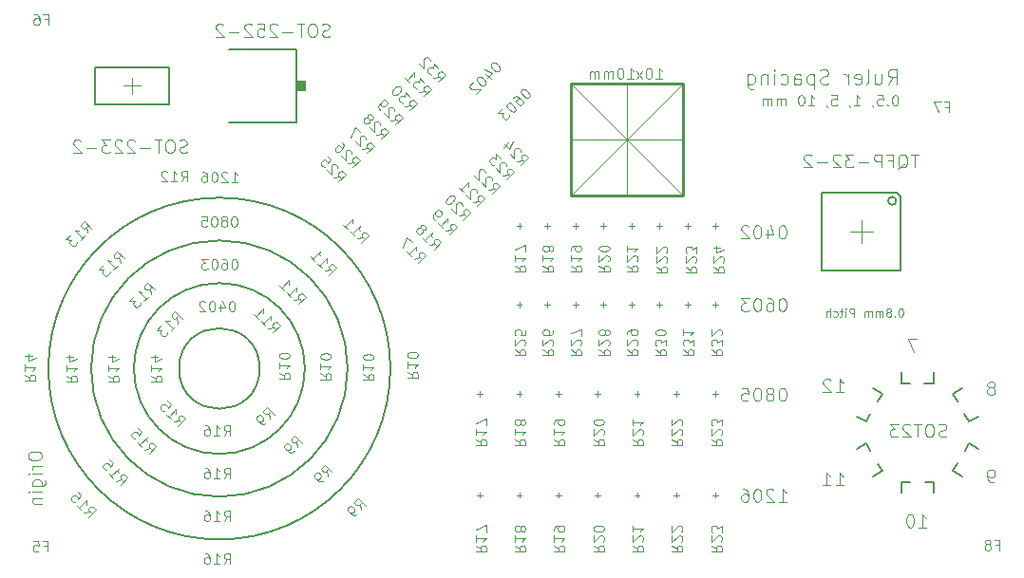
<source format=gbr>
%TF.GenerationSoftware,KiCad,Pcbnew,6.0.11-2627ca5db0~126~ubuntu20.04.1*%
%TF.CreationDate,2023-07-21T22:08:41+02:00*%
%TF.ProjectId,Demo Board v2,44656d6f-2042-46f6-9172-642076322e6b,rev?*%
%TF.SameCoordinates,Original*%
%TF.FileFunction,Legend,Bot*%
%TF.FilePolarity,Positive*%
%FSLAX46Y46*%
G04 Gerber Fmt 4.6, Leading zero omitted, Abs format (unit mm)*
G04 Created by KiCad (PCBNEW 6.0.11-2627ca5db0~126~ubuntu20.04.1) date 2023-07-21 22:08:41*
%MOMM*%
%LPD*%
G01*
G04 APERTURE LIST*
%ADD10C,0.100000*%
%ADD11C,0.203200*%
%ADD12C,0.254000*%
%ADD13C,0.081280*%
%ADD14C,0.101600*%
%ADD15C,0.113792*%
%ADD16C,0.065024*%
%ADD17C,0.152400*%
G04 APERTURE END LIST*
D10*
X155301100Y-123903600D02*
X155801100Y-123903600D01*
X144801100Y-123903600D02*
X145301100Y-123903600D01*
X158801100Y-123903600D02*
X159301100Y-123903600D01*
X165801100Y-123903600D02*
X166301100Y-123903600D01*
X153151100Y-87203600D02*
X163151100Y-97203600D01*
X148551100Y-123653600D02*
X148551100Y-124153600D01*
X163551100Y-99653600D02*
X163551100Y-100153600D01*
X156051100Y-99653600D02*
X156051100Y-100153600D01*
X162551100Y-114653600D02*
X162551100Y-115153600D01*
X161051100Y-99653600D02*
X161051100Y-100153600D01*
D11*
X125423200Y-112623600D02*
G75*
G03*
X125423200Y-112623600I-3592100J0D01*
G01*
D10*
X160801100Y-106903600D02*
X161301100Y-106903600D01*
X158301100Y-99903600D02*
X158801100Y-99903600D01*
X163551100Y-106653600D02*
X163551100Y-107153600D01*
X155551100Y-114653600D02*
X155551100Y-115153600D01*
X150801100Y-106903600D02*
X151301100Y-106903600D01*
X153301100Y-106903600D02*
X153801100Y-106903600D01*
X159051100Y-123653600D02*
X159051100Y-124153600D01*
X148301100Y-123903600D02*
X148801100Y-123903600D01*
X162551100Y-123653600D02*
X162551100Y-124153600D01*
X152051100Y-114653600D02*
X152051100Y-115153600D01*
X158551100Y-106653600D02*
X158551100Y-107153600D01*
X166051100Y-106653600D02*
X166051100Y-107153600D01*
X145051100Y-123653600D02*
X145051100Y-124153600D01*
X155801100Y-99903600D02*
X156301100Y-99903600D01*
X162301100Y-114903600D02*
X162801100Y-114903600D01*
D12*
X158151100Y-97203600D02*
X163151100Y-97203600D01*
D10*
X153151100Y-97203600D02*
X163151100Y-87203600D01*
X153551100Y-99653600D02*
X153551100Y-100153600D01*
X148301100Y-99903600D02*
X148801100Y-99903600D01*
D12*
X163151100Y-87203600D02*
X158151100Y-87203600D01*
D10*
X153301100Y-99903600D02*
X153801100Y-99903600D01*
X166051100Y-123653600D02*
X166051100Y-124153600D01*
X178051100Y-100403600D02*
X180051100Y-100403600D01*
D12*
X163151100Y-97203600D02*
X163151100Y-92203600D01*
D10*
X153551100Y-106653600D02*
X153551100Y-107153600D01*
D11*
X129451100Y-112623600D02*
G75*
G03*
X129451100Y-112623600I-7620000J0D01*
G01*
X133261100Y-112623600D02*
G75*
G03*
X133261100Y-112623600I-11430000J0D01*
G01*
D10*
X150801100Y-99903600D02*
X151301100Y-99903600D01*
X155301100Y-114903600D02*
X155801100Y-114903600D01*
X162301100Y-123903600D02*
X162801100Y-123903600D01*
X179051100Y-101403600D02*
X179051100Y-99403600D01*
X148301100Y-106903600D02*
X148801100Y-106903600D01*
D12*
X163151100Y-92203600D02*
X163151100Y-87203600D01*
D10*
X166051100Y-114653600D02*
X166051100Y-115153600D01*
X163301100Y-99903600D02*
X163801100Y-99903600D01*
X151051100Y-106653600D02*
X151051100Y-107153600D01*
D12*
X153151100Y-97203600D02*
X158151100Y-97203600D01*
D10*
X148551100Y-99653600D02*
X148551100Y-100153600D01*
D12*
X153151100Y-92203600D02*
X153151100Y-97203600D01*
D10*
X161051100Y-106653600D02*
X161051100Y-107153600D01*
X165801100Y-106903600D02*
X166301100Y-106903600D01*
X156051100Y-106653600D02*
X156051100Y-107153600D01*
X158301100Y-106903600D02*
X158801100Y-106903600D01*
X151801100Y-114903600D02*
X152301100Y-114903600D01*
X158151100Y-97203600D02*
X158151100Y-87203600D01*
X148301100Y-114903600D02*
X148801100Y-114903600D01*
X151801100Y-123903600D02*
X152301100Y-123903600D01*
X158551100Y-99653600D02*
X158551100Y-100153600D01*
X159051100Y-114653600D02*
X159051100Y-115153600D01*
X145051100Y-114653600D02*
X145051100Y-115153600D01*
X148551100Y-114653600D02*
X148551100Y-115153600D01*
X151051100Y-99653600D02*
X151051100Y-100153600D01*
D11*
X137071100Y-112623600D02*
G75*
G03*
X137071100Y-112623600I-15240000J0D01*
G01*
D12*
X153151100Y-87203600D02*
X153151100Y-92203600D01*
D10*
X160801100Y-99903600D02*
X161301100Y-99903600D01*
X148551100Y-107153600D02*
X148551100Y-106653600D01*
X158801100Y-114903600D02*
X159301100Y-114903600D01*
X113301100Y-87403600D02*
X114801100Y-87403600D01*
X166051100Y-99653600D02*
X166051100Y-100153600D01*
X152051100Y-123653600D02*
X152051100Y-124153600D01*
X144801100Y-114903600D02*
X145301100Y-114903600D01*
D12*
X158151100Y-87203600D02*
X153151100Y-87203600D01*
D10*
X163301100Y-106903600D02*
X163801100Y-106903600D01*
X153151100Y-92203600D02*
X163151100Y-92203600D01*
X155551100Y-123653600D02*
X155551100Y-124153600D01*
X114051100Y-86653600D02*
X114051100Y-88153600D01*
X155801100Y-106903600D02*
X156301100Y-106903600D01*
X165801100Y-114903600D02*
X166301100Y-114903600D01*
X165801100Y-99903600D02*
X166301100Y-99903600D01*
D13*
X106258142Y-81482474D02*
X106569715Y-81482474D01*
X106569715Y-81972089D02*
X106569715Y-81037369D01*
X106124610Y-81037369D01*
X105367932Y-81037369D02*
X105545974Y-81037369D01*
X105634995Y-81081880D01*
X105679506Y-81126390D01*
X105768527Y-81259921D01*
X105813037Y-81437963D01*
X105813037Y-81794047D01*
X105768527Y-81883068D01*
X105724016Y-81927579D01*
X105634995Y-81972089D01*
X105456953Y-81972089D01*
X105367932Y-81927579D01*
X105323422Y-81883068D01*
X105278911Y-81794047D01*
X105278911Y-81571495D01*
X105323422Y-81482474D01*
X105367932Y-81437963D01*
X105456953Y-81393453D01*
X105634995Y-81393453D01*
X105724016Y-81437963D01*
X105768527Y-81482474D01*
X105813037Y-81571495D01*
D14*
X172067444Y-99847961D02*
X171956168Y-99847961D01*
X171844892Y-99903600D01*
X171789254Y-99959238D01*
X171733616Y-100070514D01*
X171677978Y-100293066D01*
X171677978Y-100571257D01*
X171733616Y-100793809D01*
X171789254Y-100905085D01*
X171844892Y-100960723D01*
X171956168Y-101016361D01*
X172067444Y-101016361D01*
X172178720Y-100960723D01*
X172234359Y-100905085D01*
X172289997Y-100793809D01*
X172345635Y-100571257D01*
X172345635Y-100293066D01*
X172289997Y-100070514D01*
X172234359Y-99959238D01*
X172178720Y-99903600D01*
X172067444Y-99847961D01*
X170676492Y-100237428D02*
X170676492Y-101016361D01*
X170954682Y-99792323D02*
X171232873Y-100626895D01*
X170509578Y-100626895D01*
X169841920Y-99847961D02*
X169730644Y-99847961D01*
X169619368Y-99903600D01*
X169563730Y-99959238D01*
X169508092Y-100070514D01*
X169452454Y-100293066D01*
X169452454Y-100571257D01*
X169508092Y-100793809D01*
X169563730Y-100905085D01*
X169619368Y-100960723D01*
X169730644Y-101016361D01*
X169841920Y-101016361D01*
X169953197Y-100960723D01*
X170008835Y-100905085D01*
X170064473Y-100793809D01*
X170120111Y-100571257D01*
X170120111Y-100293066D01*
X170064473Y-100070514D01*
X170008835Y-99959238D01*
X169953197Y-99903600D01*
X169841920Y-99847961D01*
X169007349Y-99959238D02*
X168951711Y-99903600D01*
X168840435Y-99847961D01*
X168562244Y-99847961D01*
X168450968Y-99903600D01*
X168395330Y-99959238D01*
X168339692Y-100070514D01*
X168339692Y-100181790D01*
X168395330Y-100348704D01*
X169062987Y-101016361D01*
X168339692Y-101016361D01*
D13*
X115156963Y-119845626D02*
X115692015Y-119751205D01*
X115534647Y-120223310D02*
X116195594Y-119562363D01*
X115943805Y-119310574D01*
X115849384Y-119279100D01*
X115786436Y-119279100D01*
X115692015Y-119310574D01*
X115597594Y-119404995D01*
X115566121Y-119499416D01*
X115566121Y-119562363D01*
X115597594Y-119656784D01*
X115849384Y-119908573D01*
X114527490Y-119216153D02*
X114905174Y-119593836D01*
X114716332Y-119404995D02*
X115377279Y-118744048D01*
X115345805Y-118901416D01*
X115345805Y-119027311D01*
X115377279Y-119121732D01*
X114590437Y-117957206D02*
X114905174Y-118271943D01*
X114621911Y-118618153D01*
X114621911Y-118555206D01*
X114590437Y-118460785D01*
X114433069Y-118303416D01*
X114338648Y-118271943D01*
X114275701Y-118271943D01*
X114181280Y-118303416D01*
X114023911Y-118460785D01*
X113992438Y-118555206D01*
X113992438Y-118618153D01*
X114023911Y-118712574D01*
X114181280Y-118869942D01*
X114275701Y-118901416D01*
X114338648Y-118901416D01*
D14*
X176754850Y-114726961D02*
X177422507Y-114726961D01*
X177088679Y-114726961D02*
X177088679Y-113558561D01*
X177199955Y-113725476D01*
X177311231Y-113836752D01*
X177422507Y-113892390D01*
X176309745Y-113669838D02*
X176254107Y-113614200D01*
X176142831Y-113558561D01*
X175864640Y-113558561D01*
X175753364Y-113614200D01*
X175697726Y-113669838D01*
X175642088Y-113781114D01*
X175642088Y-113892390D01*
X175697726Y-114059304D01*
X176365383Y-114726961D01*
X175642088Y-114726961D01*
D13*
X147071163Y-95382716D02*
X147606215Y-95288295D01*
X147448847Y-95760400D02*
X148109794Y-95099453D01*
X147858005Y-94847664D01*
X147763584Y-94816190D01*
X147700636Y-94816190D01*
X147606215Y-94847664D01*
X147511794Y-94942085D01*
X147480321Y-95036506D01*
X147480321Y-95099453D01*
X147511794Y-95193874D01*
X147763584Y-95445663D01*
X147417373Y-94532927D02*
X147417373Y-94469980D01*
X147385900Y-94375559D01*
X147228531Y-94218190D01*
X147134110Y-94186717D01*
X147071163Y-94186717D01*
X146976742Y-94218190D01*
X146913795Y-94281138D01*
X146850847Y-94407032D01*
X146850847Y-95162400D01*
X146441690Y-94753243D01*
X146882321Y-93871980D02*
X146473164Y-93462823D01*
X146441690Y-93934927D01*
X146347269Y-93840506D01*
X146252848Y-93809033D01*
X146189901Y-93809033D01*
X146095480Y-93840506D01*
X145938111Y-93997875D01*
X145906638Y-94092296D01*
X145906638Y-94155243D01*
X145938111Y-94249664D01*
X146126953Y-94438506D01*
X146221374Y-94469980D01*
X146284322Y-94469980D01*
X158160890Y-110914892D02*
X158605995Y-111226466D01*
X158160890Y-111449018D02*
X159095610Y-111449018D01*
X159095610Y-111092934D01*
X159051100Y-111003913D01*
X159006589Y-110959403D01*
X158917568Y-110914892D01*
X158784037Y-110914892D01*
X158695016Y-110959403D01*
X158650505Y-111003913D01*
X158605995Y-111092934D01*
X158605995Y-111449018D01*
X159006589Y-110558809D02*
X159051100Y-110514298D01*
X159095610Y-110425277D01*
X159095610Y-110202725D01*
X159051100Y-110113704D01*
X159006589Y-110069193D01*
X158917568Y-110024683D01*
X158828547Y-110024683D01*
X158695016Y-110069193D01*
X158160890Y-110603319D01*
X158160890Y-110024683D01*
X158160890Y-109579578D02*
X158160890Y-109401536D01*
X158205400Y-109312515D01*
X158249911Y-109268005D01*
X158383442Y-109178984D01*
X158561484Y-109134473D01*
X158917568Y-109134473D01*
X159006589Y-109178984D01*
X159051100Y-109223494D01*
X159095610Y-109312515D01*
X159095610Y-109490557D01*
X159051100Y-109579578D01*
X159006589Y-109624089D01*
X158917568Y-109668599D01*
X158695016Y-109668599D01*
X158605995Y-109624089D01*
X158561484Y-109579578D01*
X158516974Y-109490557D01*
X158516974Y-109312515D01*
X158561484Y-109223494D01*
X158605995Y-109178984D01*
X158695016Y-109134473D01*
D14*
X104795561Y-120302382D02*
X104795561Y-120524935D01*
X104851200Y-120636211D01*
X104962476Y-120747487D01*
X105185028Y-120803125D01*
X105574495Y-120803125D01*
X105797047Y-120747487D01*
X105908323Y-120636211D01*
X105963961Y-120524935D01*
X105963961Y-120302382D01*
X105908323Y-120191106D01*
X105797047Y-120079830D01*
X105574495Y-120024192D01*
X105185028Y-120024192D01*
X104962476Y-120079830D01*
X104851200Y-120191106D01*
X104795561Y-120302382D01*
X105963961Y-121303868D02*
X105185028Y-121303868D01*
X105407580Y-121303868D02*
X105296304Y-121359506D01*
X105240666Y-121415144D01*
X105185028Y-121526420D01*
X105185028Y-121637697D01*
X105963961Y-122027163D02*
X105185028Y-122027163D01*
X104795561Y-122027163D02*
X104851200Y-121971525D01*
X104906838Y-122027163D01*
X104851200Y-122082801D01*
X104795561Y-122027163D01*
X104906838Y-122027163D01*
X105185028Y-123084287D02*
X106130876Y-123084287D01*
X106242152Y-123028649D01*
X106297790Y-122973011D01*
X106353428Y-122861735D01*
X106353428Y-122694820D01*
X106297790Y-122583544D01*
X105908323Y-123084287D02*
X105963961Y-122973011D01*
X105963961Y-122750459D01*
X105908323Y-122639182D01*
X105852685Y-122583544D01*
X105741409Y-122527906D01*
X105407580Y-122527906D01*
X105296304Y-122583544D01*
X105240666Y-122639182D01*
X105185028Y-122750459D01*
X105185028Y-122973011D01*
X105240666Y-123084287D01*
X105963961Y-123640668D02*
X105185028Y-123640668D01*
X104795561Y-123640668D02*
X104851200Y-123585030D01*
X104906838Y-123640668D01*
X104851200Y-123696306D01*
X104795561Y-123640668D01*
X104906838Y-123640668D01*
X105185028Y-124197049D02*
X105963961Y-124197049D01*
X105296304Y-124197049D02*
X105240666Y-124252687D01*
X105185028Y-124363963D01*
X105185028Y-124530878D01*
X105240666Y-124642154D01*
X105351942Y-124697792D01*
X105963961Y-124697792D01*
X184124098Y-93516296D02*
X183456441Y-93516296D01*
X183790270Y-94684696D02*
X183790270Y-93516296D01*
X182288041Y-94795973D02*
X182399317Y-94740335D01*
X182510594Y-94629058D01*
X182677508Y-94462144D01*
X182788784Y-94406506D01*
X182900060Y-94406506D01*
X182844422Y-94684696D02*
X182955698Y-94629058D01*
X183066975Y-94517782D01*
X183122613Y-94295230D01*
X183122613Y-93905763D01*
X183066975Y-93683211D01*
X182955698Y-93571935D01*
X182844422Y-93516296D01*
X182621870Y-93516296D01*
X182510594Y-93571935D01*
X182399317Y-93683211D01*
X182343679Y-93905763D01*
X182343679Y-94295230D01*
X182399317Y-94517782D01*
X182510594Y-94629058D01*
X182621870Y-94684696D01*
X182844422Y-94684696D01*
X181453470Y-94072677D02*
X181842936Y-94072677D01*
X181842936Y-94684696D02*
X181842936Y-93516296D01*
X181286555Y-93516296D01*
X180841451Y-94684696D02*
X180841451Y-93516296D01*
X180396346Y-93516296D01*
X180285070Y-93571935D01*
X180229432Y-93627573D01*
X180173794Y-93738849D01*
X180173794Y-93905763D01*
X180229432Y-94017039D01*
X180285070Y-94072677D01*
X180396346Y-94128315D01*
X180841451Y-94128315D01*
X179673051Y-94239592D02*
X178782841Y-94239592D01*
X178337736Y-93516296D02*
X177614441Y-93516296D01*
X178003908Y-93961401D01*
X177836994Y-93961401D01*
X177725717Y-94017039D01*
X177670079Y-94072677D01*
X177614441Y-94183954D01*
X177614441Y-94462144D01*
X177670079Y-94573420D01*
X177725717Y-94629058D01*
X177836994Y-94684696D01*
X178170822Y-94684696D01*
X178282098Y-94629058D01*
X178337736Y-94573420D01*
X177169336Y-93627573D02*
X177113698Y-93571935D01*
X177002422Y-93516296D01*
X176724232Y-93516296D01*
X176612955Y-93571935D01*
X176557317Y-93627573D01*
X176501679Y-93738849D01*
X176501679Y-93850125D01*
X176557317Y-94017039D01*
X177224975Y-94684696D01*
X176501679Y-94684696D01*
X176000936Y-94239592D02*
X175110727Y-94239592D01*
X174609984Y-93627573D02*
X174554346Y-93571935D01*
X174443070Y-93516296D01*
X174164879Y-93516296D01*
X174053603Y-93571935D01*
X173997965Y-93627573D01*
X173942327Y-93738849D01*
X173942327Y-93850125D01*
X173997965Y-94017039D01*
X174665622Y-94684696D01*
X173942327Y-94684696D01*
D13*
X109759463Y-125497126D02*
X110294515Y-125402705D01*
X110137147Y-125874810D02*
X110798094Y-125213863D01*
X110546305Y-124962074D01*
X110451884Y-124930600D01*
X110388936Y-124930600D01*
X110294515Y-124962074D01*
X110200094Y-125056495D01*
X110168621Y-125150916D01*
X110168621Y-125213863D01*
X110200094Y-125308284D01*
X110451884Y-125560073D01*
X109129990Y-124867653D02*
X109507674Y-125245336D01*
X109318832Y-125056495D02*
X109979779Y-124395548D01*
X109948305Y-124552916D01*
X109948305Y-124678811D01*
X109979779Y-124773232D01*
X109192937Y-123608706D02*
X109507674Y-123923443D01*
X109224411Y-124269653D01*
X109224411Y-124206706D01*
X109192937Y-124112285D01*
X109035569Y-123954916D01*
X108941148Y-123923443D01*
X108878201Y-123923443D01*
X108783780Y-123954916D01*
X108626411Y-124112285D01*
X108594938Y-124206706D01*
X108594938Y-124269653D01*
X108626411Y-124364074D01*
X108783780Y-124521442D01*
X108878201Y-124552916D01*
X108941148Y-124552916D01*
X140552678Y-101617938D02*
X141087730Y-101523517D01*
X140930362Y-101995622D02*
X141591309Y-101334675D01*
X141339520Y-101082886D01*
X141245099Y-101051412D01*
X141182151Y-101051412D01*
X141087730Y-101082886D01*
X140993309Y-101177307D01*
X140961836Y-101271728D01*
X140961836Y-101334675D01*
X140993309Y-101429096D01*
X141245099Y-101680885D01*
X139923205Y-100988465D02*
X140300889Y-101366148D01*
X140112047Y-101177307D02*
X140772994Y-100516360D01*
X140741520Y-100673728D01*
X140741520Y-100799623D01*
X140772994Y-100894044D01*
X139923205Y-100233097D02*
X140017626Y-100264570D01*
X140080573Y-100264570D01*
X140174994Y-100233097D01*
X140206468Y-100201623D01*
X140237941Y-100107202D01*
X140237941Y-100044255D01*
X140206468Y-99949834D01*
X140080573Y-99823939D01*
X139986152Y-99792466D01*
X139923205Y-99792466D01*
X139828784Y-99823939D01*
X139797310Y-99855413D01*
X139765837Y-99949834D01*
X139765837Y-100012781D01*
X139797310Y-100107202D01*
X139923205Y-100233097D01*
X139954679Y-100327518D01*
X139954679Y-100390465D01*
X139923205Y-100484886D01*
X139797310Y-100610781D01*
X139702889Y-100642254D01*
X139639942Y-100642254D01*
X139545521Y-100610781D01*
X139419626Y-100484886D01*
X139388153Y-100390465D01*
X139388153Y-100327518D01*
X139419626Y-100233097D01*
X139545521Y-100107202D01*
X139639942Y-100075728D01*
X139702889Y-100075728D01*
X139797310Y-100107202D01*
X115721312Y-105981333D02*
X115626891Y-105446281D01*
X116098996Y-105603649D02*
X115438049Y-104942702D01*
X115186260Y-105194491D01*
X115154786Y-105288912D01*
X115154786Y-105351860D01*
X115186260Y-105446281D01*
X115280681Y-105540702D01*
X115375102Y-105572175D01*
X115438049Y-105572175D01*
X115532470Y-105540702D01*
X115784259Y-105288912D01*
X115091839Y-106610806D02*
X115469522Y-106233122D01*
X115280681Y-106421964D02*
X114619734Y-105761017D01*
X114777102Y-105792491D01*
X114902997Y-105792491D01*
X114997418Y-105761017D01*
X114210576Y-106170175D02*
X113801419Y-106579332D01*
X114273523Y-106610806D01*
X114179102Y-106705227D01*
X114147629Y-106799648D01*
X114147629Y-106862595D01*
X114179102Y-106957016D01*
X114336471Y-107114385D01*
X114430892Y-107145858D01*
X114493839Y-107145858D01*
X114588260Y-107114385D01*
X114777102Y-106925543D01*
X114808576Y-106831122D01*
X114808576Y-106768174D01*
X155660890Y-110914892D02*
X156105995Y-111226466D01*
X155660890Y-111449018D02*
X156595610Y-111449018D01*
X156595610Y-111092934D01*
X156551100Y-111003913D01*
X156506589Y-110959403D01*
X156417568Y-110914892D01*
X156284037Y-110914892D01*
X156195016Y-110959403D01*
X156150505Y-111003913D01*
X156105995Y-111092934D01*
X156105995Y-111449018D01*
X156506589Y-110558809D02*
X156551100Y-110514298D01*
X156595610Y-110425277D01*
X156595610Y-110202725D01*
X156551100Y-110113704D01*
X156506589Y-110069193D01*
X156417568Y-110024683D01*
X156328547Y-110024683D01*
X156195016Y-110069193D01*
X155660890Y-110603319D01*
X155660890Y-110024683D01*
X156195016Y-109490557D02*
X156239526Y-109579578D01*
X156284037Y-109624089D01*
X156373058Y-109668599D01*
X156417568Y-109668599D01*
X156506589Y-109624089D01*
X156551100Y-109579578D01*
X156595610Y-109490557D01*
X156595610Y-109312515D01*
X156551100Y-109223494D01*
X156506589Y-109178984D01*
X156417568Y-109134473D01*
X156373058Y-109134473D01*
X156284037Y-109178984D01*
X156239526Y-109223494D01*
X156195016Y-109312515D01*
X156195016Y-109490557D01*
X156150505Y-109579578D01*
X156105995Y-109624089D01*
X156016974Y-109668599D01*
X155838932Y-109668599D01*
X155749911Y-109624089D01*
X155705400Y-109579578D01*
X155660890Y-109490557D01*
X155660890Y-109312515D01*
X155705400Y-109223494D01*
X155749911Y-109178984D01*
X155838932Y-109134473D01*
X156016974Y-109134473D01*
X156105995Y-109178984D01*
X156150505Y-109223494D01*
X156195016Y-109312515D01*
X158660890Y-118914892D02*
X159105995Y-119226466D01*
X158660890Y-119449018D02*
X159595610Y-119449018D01*
X159595610Y-119092934D01*
X159551100Y-119003913D01*
X159506589Y-118959403D01*
X159417568Y-118914892D01*
X159284037Y-118914892D01*
X159195016Y-118959403D01*
X159150505Y-119003913D01*
X159105995Y-119092934D01*
X159105995Y-119449018D01*
X159506589Y-118558809D02*
X159551100Y-118514298D01*
X159595610Y-118425277D01*
X159595610Y-118202725D01*
X159551100Y-118113704D01*
X159506589Y-118069193D01*
X159417568Y-118024683D01*
X159328547Y-118024683D01*
X159195016Y-118069193D01*
X158660890Y-118603319D01*
X158660890Y-118024683D01*
X158660890Y-117134473D02*
X158660890Y-117668599D01*
X158660890Y-117401536D02*
X159595610Y-117401536D01*
X159462079Y-117490557D01*
X159373058Y-117579578D01*
X159328547Y-117668599D01*
X146141858Y-85353200D02*
X146078911Y-85416147D01*
X146047437Y-85510568D01*
X146047437Y-85573515D01*
X146078911Y-85667936D01*
X146173332Y-85825305D01*
X146330700Y-85982673D01*
X146488068Y-86077094D01*
X146582489Y-86108568D01*
X146645437Y-86108568D01*
X146739858Y-86077094D01*
X146802805Y-86014147D01*
X146834279Y-85919726D01*
X146834279Y-85856778D01*
X146802805Y-85762357D01*
X146708384Y-85604989D01*
X146551016Y-85447621D01*
X146393647Y-85353200D01*
X146299226Y-85321726D01*
X146236279Y-85321726D01*
X146141858Y-85353200D01*
X145575332Y-86360357D02*
X146015964Y-86800988D01*
X145480911Y-85951199D02*
X146110385Y-86265936D01*
X145701227Y-86675093D01*
X144882912Y-86612146D02*
X144819964Y-86675093D01*
X144788491Y-86769514D01*
X144788491Y-86832462D01*
X144819964Y-86926883D01*
X144914385Y-87084251D01*
X145071754Y-87241619D01*
X145229122Y-87336040D01*
X145323543Y-87367514D01*
X145386490Y-87367514D01*
X145480911Y-87336040D01*
X145543859Y-87273093D01*
X145575332Y-87178672D01*
X145575332Y-87115725D01*
X145543859Y-87021304D01*
X145449438Y-86863935D01*
X145292069Y-86706567D01*
X145134701Y-86612146D01*
X145040280Y-86580673D01*
X144977333Y-86580673D01*
X144882912Y-86612146D01*
X144473754Y-87147198D02*
X144410807Y-87147198D01*
X144316386Y-87178672D01*
X144159018Y-87336040D01*
X144127544Y-87430461D01*
X144127544Y-87493409D01*
X144159018Y-87587830D01*
X144221965Y-87650777D01*
X144347860Y-87713724D01*
X145103227Y-87713724D01*
X144694070Y-88122882D01*
X118134312Y-108584833D02*
X118039891Y-108049781D01*
X118511996Y-108207149D02*
X117851049Y-107546202D01*
X117599260Y-107797991D01*
X117567786Y-107892412D01*
X117567786Y-107955360D01*
X117599260Y-108049781D01*
X117693681Y-108144202D01*
X117788102Y-108175675D01*
X117851049Y-108175675D01*
X117945470Y-108144202D01*
X118197259Y-107892412D01*
X117504839Y-109214306D02*
X117882522Y-108836622D01*
X117693681Y-109025464D02*
X117032734Y-108364517D01*
X117190102Y-108395991D01*
X117315997Y-108395991D01*
X117410418Y-108364517D01*
X116623576Y-108773675D02*
X116214419Y-109182832D01*
X116686523Y-109214306D01*
X116592102Y-109308727D01*
X116560629Y-109403148D01*
X116560629Y-109466095D01*
X116592102Y-109560516D01*
X116749471Y-109717885D01*
X116843892Y-109749358D01*
X116906839Y-109749358D01*
X117001260Y-109717885D01*
X117190102Y-109529043D01*
X117221576Y-109434622D01*
X117221576Y-109371674D01*
X122228089Y-118611589D02*
X122539663Y-118166484D01*
X122762215Y-118611589D02*
X122762215Y-117676869D01*
X122406131Y-117676869D01*
X122317110Y-117721380D01*
X122272600Y-117765890D01*
X122228089Y-117854911D01*
X122228089Y-117988442D01*
X122272600Y-118077463D01*
X122317110Y-118121974D01*
X122406131Y-118166484D01*
X122762215Y-118166484D01*
X121337880Y-118611589D02*
X121872006Y-118611589D01*
X121604943Y-118611589D02*
X121604943Y-117676869D01*
X121693964Y-117810400D01*
X121782985Y-117899421D01*
X121872006Y-117943932D01*
X120536691Y-117676869D02*
X120714733Y-117676869D01*
X120803754Y-117721380D01*
X120848265Y-117765890D01*
X120937286Y-117899421D01*
X120981796Y-118077463D01*
X120981796Y-118433547D01*
X120937286Y-118522568D01*
X120892775Y-118567079D01*
X120803754Y-118611589D01*
X120625712Y-118611589D01*
X120536691Y-118567079D01*
X120492181Y-118522568D01*
X120447670Y-118433547D01*
X120447670Y-118210995D01*
X120492181Y-118121974D01*
X120536691Y-118077463D01*
X120625712Y-118032953D01*
X120803754Y-118032953D01*
X120892775Y-118077463D01*
X120937286Y-118121974D01*
X120981796Y-118210995D01*
X160804258Y-103524261D02*
X161249363Y-103835835D01*
X160804258Y-104058387D02*
X161738978Y-104058387D01*
X161738978Y-103702303D01*
X161694468Y-103613282D01*
X161649957Y-103568772D01*
X161560936Y-103524261D01*
X161427405Y-103524261D01*
X161338384Y-103568772D01*
X161293873Y-103613282D01*
X161249363Y-103702303D01*
X161249363Y-104058387D01*
X161649957Y-103168178D02*
X161694468Y-103123667D01*
X161738978Y-103034646D01*
X161738978Y-102812094D01*
X161694468Y-102723073D01*
X161649957Y-102678562D01*
X161560936Y-102634052D01*
X161471915Y-102634052D01*
X161338384Y-102678562D01*
X160804258Y-103212688D01*
X160804258Y-102634052D01*
X161649957Y-102277968D02*
X161694468Y-102233458D01*
X161738978Y-102144437D01*
X161738978Y-101921884D01*
X161694468Y-101832863D01*
X161649957Y-101788353D01*
X161560936Y-101743842D01*
X161471915Y-101743842D01*
X161338384Y-101788353D01*
X160804258Y-102322479D01*
X160804258Y-101743842D01*
X141972791Y-100298523D02*
X142507843Y-100204102D01*
X142350475Y-100676207D02*
X143011422Y-100015260D01*
X142759633Y-99763471D01*
X142665212Y-99731997D01*
X142602264Y-99731997D01*
X142507843Y-99763471D01*
X142413422Y-99857892D01*
X142381949Y-99952313D01*
X142381949Y-100015260D01*
X142413422Y-100109681D01*
X142665212Y-100361470D01*
X141343318Y-99669050D02*
X141721002Y-100046733D01*
X141532160Y-99857892D02*
X142193107Y-99196945D01*
X142161633Y-99354313D01*
X142161633Y-99480208D01*
X142193107Y-99574629D01*
X141028581Y-99354313D02*
X140902687Y-99228418D01*
X140871213Y-99133997D01*
X140871213Y-99071050D01*
X140902687Y-98913682D01*
X140997108Y-98756313D01*
X141248897Y-98504524D01*
X141343318Y-98473051D01*
X141406265Y-98473051D01*
X141500686Y-98504524D01*
X141626581Y-98630419D01*
X141658054Y-98724840D01*
X141658054Y-98787787D01*
X141626581Y-98882208D01*
X141469213Y-99039576D01*
X141374792Y-99071050D01*
X141311844Y-99071050D01*
X141217423Y-99039576D01*
X141091529Y-98913682D01*
X141060055Y-98819261D01*
X141060055Y-98756313D01*
X141091529Y-98661892D01*
X118418089Y-95942089D02*
X118729663Y-95496984D01*
X118952215Y-95942089D02*
X118952215Y-95007369D01*
X118596131Y-95007369D01*
X118507110Y-95051880D01*
X118462600Y-95096390D01*
X118418089Y-95185411D01*
X118418089Y-95318942D01*
X118462600Y-95407963D01*
X118507110Y-95452474D01*
X118596131Y-95496984D01*
X118952215Y-95496984D01*
X117527880Y-95942089D02*
X118062006Y-95942089D01*
X117794943Y-95942089D02*
X117794943Y-95007369D01*
X117883964Y-95140900D01*
X117972985Y-95229921D01*
X118062006Y-95274432D01*
X117171796Y-95096390D02*
X117127286Y-95051880D01*
X117038265Y-95007369D01*
X116815712Y-95007369D01*
X116726691Y-95051880D01*
X116682181Y-95096390D01*
X116637670Y-95185411D01*
X116637670Y-95274432D01*
X116682181Y-95407963D01*
X117216307Y-95942089D01*
X116637670Y-95942089D01*
X110069812Y-100520333D02*
X109975391Y-99985281D01*
X110447496Y-100142649D02*
X109786549Y-99481702D01*
X109534760Y-99733491D01*
X109503286Y-99827912D01*
X109503286Y-99890860D01*
X109534760Y-99985281D01*
X109629181Y-100079702D01*
X109723602Y-100111175D01*
X109786549Y-100111175D01*
X109880970Y-100079702D01*
X110132759Y-99827912D01*
X109440339Y-101149806D02*
X109818022Y-100772122D01*
X109629181Y-100960964D02*
X108968234Y-100300017D01*
X109125602Y-100331491D01*
X109251497Y-100331491D01*
X109345918Y-100300017D01*
X108559076Y-100709175D02*
X108149919Y-101118332D01*
X108622023Y-101149806D01*
X108527602Y-101244227D01*
X108496129Y-101338648D01*
X108496129Y-101401595D01*
X108527602Y-101496016D01*
X108684971Y-101653385D01*
X108779392Y-101684858D01*
X108842339Y-101684858D01*
X108936760Y-101653385D01*
X109125602Y-101464543D01*
X109157076Y-101370122D01*
X109157076Y-101307174D01*
X144436525Y-97760391D02*
X144971577Y-97665970D01*
X144814209Y-98138075D02*
X145475156Y-97477128D01*
X145223367Y-97225339D01*
X145128946Y-97193865D01*
X145065998Y-97193865D01*
X144971577Y-97225339D01*
X144877156Y-97319760D01*
X144845683Y-97414181D01*
X144845683Y-97477128D01*
X144877156Y-97571549D01*
X145128946Y-97823338D01*
X144782735Y-96910602D02*
X144782735Y-96847655D01*
X144751262Y-96753234D01*
X144593893Y-96595865D01*
X144499472Y-96564392D01*
X144436525Y-96564392D01*
X144342104Y-96595865D01*
X144279157Y-96658813D01*
X144216209Y-96784707D01*
X144216209Y-97540075D01*
X143807052Y-97130918D01*
X143177579Y-96501444D02*
X143555263Y-96879128D01*
X143366421Y-96690286D02*
X144027368Y-96029339D01*
X143995894Y-96186708D01*
X143995894Y-96312602D01*
X144027368Y-96407023D01*
X150660890Y-110914892D02*
X151105995Y-111226466D01*
X150660890Y-111449018D02*
X151595610Y-111449018D01*
X151595610Y-111092934D01*
X151551100Y-111003913D01*
X151506589Y-110959403D01*
X151417568Y-110914892D01*
X151284037Y-110914892D01*
X151195016Y-110959403D01*
X151150505Y-111003913D01*
X151105995Y-111092934D01*
X151105995Y-111449018D01*
X151506589Y-110558809D02*
X151551100Y-110514298D01*
X151595610Y-110425277D01*
X151595610Y-110202725D01*
X151551100Y-110113704D01*
X151506589Y-110069193D01*
X151417568Y-110024683D01*
X151328547Y-110024683D01*
X151195016Y-110069193D01*
X150660890Y-110603319D01*
X150660890Y-110024683D01*
X151595610Y-109223494D02*
X151595610Y-109401536D01*
X151551100Y-109490557D01*
X151506589Y-109535068D01*
X151373058Y-109624089D01*
X151195016Y-109668599D01*
X150838932Y-109668599D01*
X150749911Y-109624089D01*
X150705400Y-109579578D01*
X150660890Y-109490557D01*
X150660890Y-109312515D01*
X150705400Y-109223494D01*
X150749911Y-109178984D01*
X150838932Y-109134473D01*
X151061484Y-109134473D01*
X151150505Y-109178984D01*
X151195016Y-109223494D01*
X151239526Y-109312515D01*
X151239526Y-109490557D01*
X151195016Y-109579578D01*
X151150505Y-109624089D01*
X151061484Y-109668599D01*
X155160890Y-118914892D02*
X155605995Y-119226466D01*
X155160890Y-119449018D02*
X156095610Y-119449018D01*
X156095610Y-119092934D01*
X156051100Y-119003913D01*
X156006589Y-118959403D01*
X155917568Y-118914892D01*
X155784037Y-118914892D01*
X155695016Y-118959403D01*
X155650505Y-119003913D01*
X155605995Y-119092934D01*
X155605995Y-119449018D01*
X156006589Y-118558809D02*
X156051100Y-118514298D01*
X156095610Y-118425277D01*
X156095610Y-118202725D01*
X156051100Y-118113704D01*
X156006589Y-118069193D01*
X155917568Y-118024683D01*
X155828547Y-118024683D01*
X155695016Y-118069193D01*
X155160890Y-118603319D01*
X155160890Y-118024683D01*
X156095610Y-117446047D02*
X156095610Y-117357026D01*
X156051100Y-117268005D01*
X156006589Y-117223494D01*
X155917568Y-117178984D01*
X155739526Y-117134473D01*
X155516974Y-117134473D01*
X155338932Y-117178984D01*
X155249911Y-117223494D01*
X155205400Y-117268005D01*
X155160890Y-117357026D01*
X155160890Y-117446047D01*
X155205400Y-117535068D01*
X155249911Y-117579578D01*
X155338932Y-117624089D01*
X155516974Y-117668599D01*
X155739526Y-117668599D01*
X155917568Y-117624089D01*
X156006589Y-117579578D01*
X156051100Y-117535068D01*
X156095610Y-117446047D01*
X160730367Y-86742309D02*
X161264492Y-86742309D01*
X160997430Y-86742309D02*
X160997430Y-85807589D01*
X161086451Y-85941120D01*
X161175472Y-86030141D01*
X161264492Y-86074652D01*
X160151731Y-85807589D02*
X160062710Y-85807589D01*
X159973689Y-85852100D01*
X159929178Y-85896610D01*
X159884668Y-85985631D01*
X159840157Y-86163673D01*
X159840157Y-86386225D01*
X159884668Y-86564267D01*
X159929178Y-86653288D01*
X159973689Y-86697799D01*
X160062710Y-86742309D01*
X160151731Y-86742309D01*
X160240752Y-86697799D01*
X160285262Y-86653288D01*
X160329772Y-86564267D01*
X160374283Y-86386225D01*
X160374283Y-86163673D01*
X160329772Y-85985631D01*
X160285262Y-85896610D01*
X160240752Y-85852100D01*
X160151731Y-85807589D01*
X159528584Y-86742309D02*
X159038969Y-86119162D01*
X159528584Y-86119162D02*
X159038969Y-86742309D01*
X158193270Y-86742309D02*
X158727395Y-86742309D01*
X158460332Y-86742309D02*
X158460332Y-85807589D01*
X158549353Y-85941120D01*
X158638374Y-86030141D01*
X158727395Y-86074652D01*
X157614633Y-85807589D02*
X157525612Y-85807589D01*
X157436592Y-85852100D01*
X157392081Y-85896610D01*
X157347571Y-85985631D01*
X157303060Y-86163673D01*
X157303060Y-86386225D01*
X157347571Y-86564267D01*
X157392081Y-86653288D01*
X157436592Y-86697799D01*
X157525612Y-86742309D01*
X157614633Y-86742309D01*
X157703654Y-86697799D01*
X157748165Y-86653288D01*
X157792675Y-86564267D01*
X157837186Y-86386225D01*
X157837186Y-86163673D01*
X157792675Y-85985631D01*
X157748165Y-85896610D01*
X157703654Y-85852100D01*
X157614633Y-85807589D01*
X156902466Y-86742309D02*
X156902466Y-86119162D01*
X156902466Y-86208183D02*
X156857955Y-86163673D01*
X156768934Y-86119162D01*
X156635403Y-86119162D01*
X156546382Y-86163673D01*
X156501872Y-86252694D01*
X156501872Y-86742309D01*
X156501872Y-86252694D02*
X156457361Y-86163673D01*
X156368340Y-86119162D01*
X156234809Y-86119162D01*
X156145788Y-86163673D01*
X156101277Y-86252694D01*
X156101277Y-86742309D01*
X155656172Y-86742309D02*
X155656172Y-86119162D01*
X155656172Y-86208183D02*
X155611662Y-86163673D01*
X155522641Y-86119162D01*
X155389110Y-86119162D01*
X155300089Y-86163673D01*
X155255578Y-86252694D01*
X155255578Y-86742309D01*
X155255578Y-86252694D02*
X155211068Y-86163673D01*
X155122047Y-86119162D01*
X154988515Y-86119162D01*
X154899494Y-86163673D01*
X154854984Y-86252694D01*
X154854984Y-86742309D01*
X126179663Y-109035216D02*
X126714715Y-108940795D01*
X126557347Y-109412900D02*
X127218294Y-108751953D01*
X126966505Y-108500164D01*
X126872084Y-108468690D01*
X126809136Y-108468690D01*
X126714715Y-108500164D01*
X126620294Y-108594585D01*
X126588821Y-108689006D01*
X126588821Y-108751953D01*
X126620294Y-108846374D01*
X126872084Y-109098163D01*
X125550190Y-108405743D02*
X125927874Y-108783426D01*
X125739032Y-108594585D02*
X126399979Y-107933638D01*
X126368505Y-108091006D01*
X126368505Y-108216901D01*
X126399979Y-108311322D01*
X124920717Y-107776269D02*
X125298401Y-108153953D01*
X125109559Y-107965111D02*
X125770506Y-107304164D01*
X125739032Y-107461533D01*
X125739032Y-107587427D01*
X125770506Y-107681848D01*
X140911663Y-86683216D02*
X141446715Y-86588795D01*
X141289347Y-87060900D02*
X141950294Y-86399953D01*
X141698505Y-86148164D01*
X141604084Y-86116690D01*
X141541136Y-86116690D01*
X141446715Y-86148164D01*
X141352294Y-86242585D01*
X141320821Y-86337006D01*
X141320821Y-86399953D01*
X141352294Y-86494374D01*
X141604084Y-86746163D01*
X141352294Y-85801953D02*
X140943137Y-85392796D01*
X140911663Y-85864901D01*
X140817242Y-85770480D01*
X140722821Y-85739006D01*
X140659874Y-85739006D01*
X140565453Y-85770480D01*
X140408085Y-85927848D01*
X140376611Y-86022269D01*
X140376611Y-86085216D01*
X140408085Y-86179637D01*
X140596926Y-86368479D01*
X140691347Y-86399953D01*
X140754295Y-86399953D01*
X140628400Y-85203954D02*
X140628400Y-85141006D01*
X140596926Y-85046585D01*
X140439558Y-84889217D01*
X140345137Y-84857744D01*
X140282190Y-84857744D01*
X140187769Y-84889217D01*
X140124822Y-84952164D01*
X140061874Y-85078059D01*
X140061874Y-85833427D01*
X139652717Y-85424269D01*
X191030642Y-128345474D02*
X191342215Y-128345474D01*
X191342215Y-128835089D02*
X191342215Y-127900369D01*
X190897110Y-127900369D01*
X190407495Y-128300963D02*
X190496516Y-128256453D01*
X190541027Y-128211942D01*
X190585537Y-128122921D01*
X190585537Y-128078411D01*
X190541027Y-127989390D01*
X190496516Y-127944880D01*
X190407495Y-127900369D01*
X190229453Y-127900369D01*
X190140432Y-127944880D01*
X190095922Y-127989390D01*
X190051411Y-128078411D01*
X190051411Y-128122921D01*
X190095922Y-128211942D01*
X190140432Y-128256453D01*
X190229453Y-128300963D01*
X190407495Y-128300963D01*
X190496516Y-128345474D01*
X190541027Y-128389984D01*
X190585537Y-128479005D01*
X190585537Y-128657047D01*
X190541027Y-128746068D01*
X190496516Y-128790579D01*
X190407495Y-128835089D01*
X190229453Y-128835089D01*
X190140432Y-128790579D01*
X190095922Y-128746068D01*
X190051411Y-128657047D01*
X190051411Y-128479005D01*
X190095922Y-128389984D01*
X190140432Y-128345474D01*
X190229453Y-128300963D01*
X155660890Y-103414892D02*
X156105995Y-103726466D01*
X155660890Y-103949018D02*
X156595610Y-103949018D01*
X156595610Y-103592934D01*
X156551100Y-103503913D01*
X156506589Y-103459403D01*
X156417568Y-103414892D01*
X156284037Y-103414892D01*
X156195016Y-103459403D01*
X156150505Y-103503913D01*
X156105995Y-103592934D01*
X156105995Y-103949018D01*
X156506589Y-103058809D02*
X156551100Y-103014298D01*
X156595610Y-102925277D01*
X156595610Y-102702725D01*
X156551100Y-102613704D01*
X156506589Y-102569193D01*
X156417568Y-102524683D01*
X156328547Y-102524683D01*
X156195016Y-102569193D01*
X155660890Y-103103319D01*
X155660890Y-102524683D01*
X156595610Y-101946047D02*
X156595610Y-101857026D01*
X156551100Y-101768005D01*
X156506589Y-101723494D01*
X156417568Y-101678984D01*
X156239526Y-101634473D01*
X156016974Y-101634473D01*
X155838932Y-101678984D01*
X155749911Y-101723494D01*
X155705400Y-101768005D01*
X155660890Y-101857026D01*
X155660890Y-101946047D01*
X155705400Y-102035068D01*
X155749911Y-102079578D01*
X155838932Y-102124089D01*
X156016974Y-102168599D01*
X156239526Y-102168599D01*
X156417568Y-102124089D01*
X156506589Y-102079578D01*
X156551100Y-102035068D01*
X156595610Y-101946047D01*
X134561663Y-93033216D02*
X135096715Y-92938795D01*
X134939347Y-93410900D02*
X135600294Y-92749953D01*
X135348505Y-92498164D01*
X135254084Y-92466690D01*
X135191136Y-92466690D01*
X135096715Y-92498164D01*
X135002294Y-92592585D01*
X134970821Y-92687006D01*
X134970821Y-92749953D01*
X135002294Y-92844374D01*
X135254084Y-93096163D01*
X134907873Y-92183427D02*
X134907873Y-92120480D01*
X134876400Y-92026059D01*
X134719031Y-91868690D01*
X134624610Y-91837217D01*
X134561663Y-91837217D01*
X134467242Y-91868690D01*
X134404295Y-91931638D01*
X134341347Y-92057532D01*
X134341347Y-92812900D01*
X133932190Y-92403743D01*
X134372821Y-91522480D02*
X133932190Y-91081849D01*
X133554506Y-92026059D01*
X144660890Y-118914892D02*
X145105995Y-119226466D01*
X144660890Y-119449018D02*
X145595610Y-119449018D01*
X145595610Y-119092934D01*
X145551100Y-119003913D01*
X145506589Y-118959403D01*
X145417568Y-118914892D01*
X145284037Y-118914892D01*
X145195016Y-118959403D01*
X145150505Y-119003913D01*
X145105995Y-119092934D01*
X145105995Y-119449018D01*
X144660890Y-118024683D02*
X144660890Y-118558809D01*
X144660890Y-118291746D02*
X145595610Y-118291746D01*
X145462079Y-118380767D01*
X145373058Y-118469788D01*
X145328547Y-118558809D01*
X145595610Y-117713110D02*
X145595610Y-117089963D01*
X144660890Y-117490557D01*
X122228089Y-130041589D02*
X122539663Y-129596484D01*
X122762215Y-130041589D02*
X122762215Y-129106869D01*
X122406131Y-129106869D01*
X122317110Y-129151380D01*
X122272600Y-129195890D01*
X122228089Y-129284911D01*
X122228089Y-129418442D01*
X122272600Y-129507463D01*
X122317110Y-129551974D01*
X122406131Y-129596484D01*
X122762215Y-129596484D01*
X121337880Y-130041589D02*
X121872006Y-130041589D01*
X121604943Y-130041589D02*
X121604943Y-129106869D01*
X121693964Y-129240400D01*
X121782985Y-129329421D01*
X121872006Y-129373932D01*
X120536691Y-129106869D02*
X120714733Y-129106869D01*
X120803754Y-129151380D01*
X120848265Y-129195890D01*
X120937286Y-129329421D01*
X120981796Y-129507463D01*
X120981796Y-129863547D01*
X120937286Y-129952568D01*
X120892775Y-129997079D01*
X120803754Y-130041589D01*
X120625712Y-130041589D01*
X120536691Y-129997079D01*
X120492181Y-129952568D01*
X120447670Y-129863547D01*
X120447670Y-129640995D01*
X120492181Y-129551974D01*
X120536691Y-129507463D01*
X120625712Y-129462953D01*
X120803754Y-129462953D01*
X120892775Y-129507463D01*
X120937286Y-129551974D01*
X120981796Y-129640995D01*
X115733890Y-113237892D02*
X116178995Y-113549466D01*
X115733890Y-113772018D02*
X116668610Y-113772018D01*
X116668610Y-113415934D01*
X116624100Y-113326913D01*
X116579589Y-113282403D01*
X116490568Y-113237892D01*
X116357037Y-113237892D01*
X116268016Y-113282403D01*
X116223505Y-113326913D01*
X116178995Y-113415934D01*
X116178995Y-113772018D01*
X115733890Y-112347683D02*
X115733890Y-112881809D01*
X115733890Y-112614746D02*
X116668610Y-112614746D01*
X116535079Y-112703767D01*
X116446058Y-112792788D01*
X116401547Y-112881809D01*
X116357037Y-111546494D02*
X115733890Y-111546494D01*
X116713120Y-111769047D02*
X116045463Y-111991599D01*
X116045463Y-111412963D01*
X186563742Y-89290474D02*
X186875315Y-89290474D01*
X186875315Y-89780089D02*
X186875315Y-88845369D01*
X186430210Y-88845369D01*
X186163148Y-88845369D02*
X185540001Y-88845369D01*
X185940595Y-89780089D01*
X122228089Y-122421589D02*
X122539663Y-121976484D01*
X122762215Y-122421589D02*
X122762215Y-121486869D01*
X122406131Y-121486869D01*
X122317110Y-121531380D01*
X122272600Y-121575890D01*
X122228089Y-121664911D01*
X122228089Y-121798442D01*
X122272600Y-121887463D01*
X122317110Y-121931974D01*
X122406131Y-121976484D01*
X122762215Y-121976484D01*
X121337880Y-122421589D02*
X121872006Y-122421589D01*
X121604943Y-122421589D02*
X121604943Y-121486869D01*
X121693964Y-121620400D01*
X121782985Y-121709421D01*
X121872006Y-121753932D01*
X120536691Y-121486869D02*
X120714733Y-121486869D01*
X120803754Y-121531380D01*
X120848265Y-121575890D01*
X120937286Y-121709421D01*
X120981796Y-121887463D01*
X120981796Y-122243547D01*
X120937286Y-122332568D01*
X120892775Y-122377079D01*
X120803754Y-122421589D01*
X120625712Y-122421589D01*
X120536691Y-122377079D01*
X120492181Y-122332568D01*
X120447670Y-122243547D01*
X120447670Y-122020995D01*
X120492181Y-121931974D01*
X120536691Y-121887463D01*
X120625712Y-121842953D01*
X120803754Y-121842953D01*
X120892775Y-121887463D01*
X120937286Y-121931974D01*
X120981796Y-122020995D01*
X134656890Y-113110892D02*
X135101995Y-113422466D01*
X134656890Y-113645018D02*
X135591610Y-113645018D01*
X135591610Y-113288934D01*
X135547100Y-113199913D01*
X135502589Y-113155403D01*
X135413568Y-113110892D01*
X135280037Y-113110892D01*
X135191016Y-113155403D01*
X135146505Y-113199913D01*
X135101995Y-113288934D01*
X135101995Y-113645018D01*
X134656890Y-112220683D02*
X134656890Y-112754809D01*
X134656890Y-112487746D02*
X135591610Y-112487746D01*
X135458079Y-112576767D01*
X135369058Y-112665788D01*
X135324547Y-112754809D01*
X135591610Y-111642047D02*
X135591610Y-111553026D01*
X135547100Y-111464005D01*
X135502589Y-111419494D01*
X135413568Y-111374984D01*
X135235526Y-111330473D01*
X135012974Y-111330473D01*
X134834932Y-111374984D01*
X134745911Y-111419494D01*
X134701400Y-111464005D01*
X134656890Y-111553026D01*
X134656890Y-111642047D01*
X134701400Y-111731068D01*
X134745911Y-111775578D01*
X134834932Y-111820089D01*
X135012974Y-111864599D01*
X135235526Y-111864599D01*
X135413568Y-111820089D01*
X135502589Y-111775578D01*
X135547100Y-111731068D01*
X135591610Y-111642047D01*
X123214473Y-102843235D02*
X123125452Y-102843235D01*
X123036431Y-102887746D01*
X122991921Y-102932256D01*
X122947410Y-103021277D01*
X122902900Y-103199319D01*
X122902900Y-103421871D01*
X122947410Y-103599913D01*
X122991921Y-103688934D01*
X123036431Y-103733445D01*
X123125452Y-103777955D01*
X123214473Y-103777955D01*
X123303494Y-103733445D01*
X123348005Y-103688934D01*
X123392515Y-103599913D01*
X123437026Y-103421871D01*
X123437026Y-103199319D01*
X123392515Y-103021277D01*
X123348005Y-102932256D01*
X123303494Y-102887746D01*
X123214473Y-102843235D01*
X122101711Y-102843235D02*
X122279753Y-102843235D01*
X122368774Y-102887746D01*
X122413285Y-102932256D01*
X122502306Y-103065787D01*
X122546816Y-103243829D01*
X122546816Y-103599913D01*
X122502306Y-103688934D01*
X122457795Y-103733445D01*
X122368774Y-103777955D01*
X122190732Y-103777955D01*
X122101711Y-103733445D01*
X122057201Y-103688934D01*
X122012690Y-103599913D01*
X122012690Y-103377361D01*
X122057201Y-103288340D01*
X122101711Y-103243829D01*
X122190732Y-103199319D01*
X122368774Y-103199319D01*
X122457795Y-103243829D01*
X122502306Y-103288340D01*
X122546816Y-103377361D01*
X121434054Y-102843235D02*
X121345033Y-102843235D01*
X121256012Y-102887746D01*
X121211502Y-102932256D01*
X121166991Y-103021277D01*
X121122481Y-103199319D01*
X121122481Y-103421871D01*
X121166991Y-103599913D01*
X121211502Y-103688934D01*
X121256012Y-103733445D01*
X121345033Y-103777955D01*
X121434054Y-103777955D01*
X121523075Y-103733445D01*
X121567586Y-103688934D01*
X121612096Y-103599913D01*
X121656607Y-103421871D01*
X121656607Y-103199319D01*
X121612096Y-103021277D01*
X121567586Y-102932256D01*
X121523075Y-102887746D01*
X121434054Y-102843235D01*
X120810908Y-102843235D02*
X120232271Y-102843235D01*
X120543845Y-103199319D01*
X120410313Y-103199319D01*
X120321292Y-103243829D01*
X120276782Y-103288340D01*
X120232271Y-103377361D01*
X120232271Y-103599913D01*
X120276782Y-103688934D01*
X120321292Y-103733445D01*
X120410313Y-103777955D01*
X120677376Y-103777955D01*
X120766397Y-103733445D01*
X120810908Y-103688934D01*
X126333516Y-117090643D02*
X126239095Y-116555591D01*
X126711200Y-116712959D02*
X126050253Y-116052012D01*
X125798464Y-116303801D01*
X125766990Y-116398222D01*
X125766990Y-116461170D01*
X125798464Y-116555591D01*
X125892885Y-116650012D01*
X125987306Y-116681485D01*
X126050253Y-116681485D01*
X126144674Y-116650012D01*
X126396463Y-116398222D01*
X126018779Y-117405380D02*
X125892885Y-117531274D01*
X125798464Y-117562748D01*
X125735516Y-117562748D01*
X125578148Y-117531274D01*
X125420780Y-117436853D01*
X125168990Y-117185064D01*
X125137517Y-117090643D01*
X125137517Y-117027696D01*
X125168990Y-116933275D01*
X125294885Y-116807380D01*
X125389306Y-116775906D01*
X125452253Y-116775906D01*
X125546674Y-116807380D01*
X125704043Y-116964748D01*
X125735516Y-117059169D01*
X125735516Y-117122117D01*
X125704043Y-117216538D01*
X125578148Y-117342432D01*
X125483727Y-117373906D01*
X125420780Y-117373906D01*
X125326359Y-117342432D01*
D14*
X171677978Y-124516361D02*
X172345635Y-124516361D01*
X172011806Y-124516361D02*
X172011806Y-123347961D01*
X172123082Y-123514876D01*
X172234359Y-123626152D01*
X172345635Y-123681790D01*
X171232873Y-123459238D02*
X171177235Y-123403600D01*
X171065959Y-123347961D01*
X170787768Y-123347961D01*
X170676492Y-123403600D01*
X170620854Y-123459238D01*
X170565216Y-123570514D01*
X170565216Y-123681790D01*
X170620854Y-123848704D01*
X171288511Y-124516361D01*
X170565216Y-124516361D01*
X169841920Y-123347961D02*
X169730644Y-123347961D01*
X169619368Y-123403600D01*
X169563730Y-123459238D01*
X169508092Y-123570514D01*
X169452454Y-123793066D01*
X169452454Y-124071257D01*
X169508092Y-124293809D01*
X169563730Y-124405085D01*
X169619368Y-124460723D01*
X169730644Y-124516361D01*
X169841920Y-124516361D01*
X169953197Y-124460723D01*
X170008835Y-124405085D01*
X170064473Y-124293809D01*
X170120111Y-124071257D01*
X170120111Y-123793066D01*
X170064473Y-123570514D01*
X170008835Y-123459238D01*
X169953197Y-123403600D01*
X169841920Y-123347961D01*
X168450968Y-123347961D02*
X168673520Y-123347961D01*
X168784797Y-123403600D01*
X168840435Y-123459238D01*
X168951711Y-123626152D01*
X169007349Y-123848704D01*
X169007349Y-124293809D01*
X168951711Y-124405085D01*
X168896073Y-124460723D01*
X168784797Y-124516361D01*
X168562244Y-124516361D01*
X168450968Y-124460723D01*
X168395330Y-124405085D01*
X168339692Y-124293809D01*
X168339692Y-124015619D01*
X168395330Y-123904342D01*
X168450968Y-123848704D01*
X168562244Y-123793066D01*
X168784797Y-123793066D01*
X168896073Y-123848704D01*
X168951711Y-123904342D01*
X169007349Y-124015619D01*
D13*
X143154309Y-98979110D02*
X143689361Y-98884689D01*
X143531993Y-99356794D02*
X144192940Y-98695847D01*
X143941151Y-98444058D01*
X143846730Y-98412584D01*
X143783782Y-98412584D01*
X143689361Y-98444058D01*
X143594940Y-98538479D01*
X143563467Y-98632900D01*
X143563467Y-98695847D01*
X143594940Y-98790268D01*
X143846730Y-99042057D01*
X143500519Y-98129321D02*
X143500519Y-98066374D01*
X143469046Y-97971953D01*
X143311677Y-97814584D01*
X143217256Y-97783111D01*
X143154309Y-97783111D01*
X143059888Y-97814584D01*
X142996941Y-97877532D01*
X142933993Y-98003426D01*
X142933993Y-98758794D01*
X142524836Y-98349637D01*
X142776625Y-97279532D02*
X142713678Y-97216585D01*
X142619257Y-97185111D01*
X142556310Y-97185111D01*
X142461889Y-97216585D01*
X142304520Y-97311006D01*
X142147152Y-97468374D01*
X142052731Y-97625742D01*
X142021257Y-97720163D01*
X142021257Y-97783111D01*
X142052731Y-97877532D01*
X142115678Y-97940479D01*
X142210099Y-97971953D01*
X142273047Y-97971953D01*
X142367468Y-97940479D01*
X142524836Y-97846058D01*
X142682204Y-97688690D01*
X142776625Y-97531321D01*
X142808099Y-97436900D01*
X142808099Y-97373953D01*
X142776625Y-97279532D01*
D14*
X172067444Y-106347961D02*
X171956168Y-106347961D01*
X171844892Y-106403600D01*
X171789254Y-106459238D01*
X171733616Y-106570514D01*
X171677978Y-106793066D01*
X171677978Y-107071257D01*
X171733616Y-107293809D01*
X171789254Y-107405085D01*
X171844892Y-107460723D01*
X171956168Y-107516361D01*
X172067444Y-107516361D01*
X172178720Y-107460723D01*
X172234359Y-107405085D01*
X172289997Y-107293809D01*
X172345635Y-107071257D01*
X172345635Y-106793066D01*
X172289997Y-106570514D01*
X172234359Y-106459238D01*
X172178720Y-106403600D01*
X172067444Y-106347961D01*
X170676492Y-106347961D02*
X170899044Y-106347961D01*
X171010320Y-106403600D01*
X171065959Y-106459238D01*
X171177235Y-106626152D01*
X171232873Y-106848704D01*
X171232873Y-107293809D01*
X171177235Y-107405085D01*
X171121597Y-107460723D01*
X171010320Y-107516361D01*
X170787768Y-107516361D01*
X170676492Y-107460723D01*
X170620854Y-107405085D01*
X170565216Y-107293809D01*
X170565216Y-107015619D01*
X170620854Y-106904342D01*
X170676492Y-106848704D01*
X170787768Y-106793066D01*
X171010320Y-106793066D01*
X171121597Y-106848704D01*
X171177235Y-106904342D01*
X171232873Y-107015619D01*
X169841920Y-106347961D02*
X169730644Y-106347961D01*
X169619368Y-106403600D01*
X169563730Y-106459238D01*
X169508092Y-106570514D01*
X169452454Y-106793066D01*
X169452454Y-107071257D01*
X169508092Y-107293809D01*
X169563730Y-107405085D01*
X169619368Y-107460723D01*
X169730644Y-107516361D01*
X169841920Y-107516361D01*
X169953197Y-107460723D01*
X170008835Y-107405085D01*
X170064473Y-107293809D01*
X170120111Y-107071257D01*
X170120111Y-106793066D01*
X170064473Y-106570514D01*
X170008835Y-106459238D01*
X169953197Y-106403600D01*
X169841920Y-106347961D01*
X169062987Y-106347961D02*
X168339692Y-106347961D01*
X168729159Y-106793066D01*
X168562244Y-106793066D01*
X168450968Y-106848704D01*
X168395330Y-106904342D01*
X168339692Y-107015619D01*
X168339692Y-107293809D01*
X168395330Y-107405085D01*
X168450968Y-107460723D01*
X168562244Y-107516361D01*
X168896073Y-107516361D01*
X169007349Y-107460723D01*
X169062987Y-107405085D01*
D13*
X158660890Y-128414892D02*
X159105995Y-128726466D01*
X158660890Y-128949018D02*
X159595610Y-128949018D01*
X159595610Y-128592934D01*
X159551100Y-128503913D01*
X159506589Y-128459403D01*
X159417568Y-128414892D01*
X159284037Y-128414892D01*
X159195016Y-128459403D01*
X159150505Y-128503913D01*
X159105995Y-128592934D01*
X159105995Y-128949018D01*
X159506589Y-128058809D02*
X159551100Y-128014298D01*
X159595610Y-127925277D01*
X159595610Y-127702725D01*
X159551100Y-127613704D01*
X159506589Y-127569193D01*
X159417568Y-127524683D01*
X159328547Y-127524683D01*
X159195016Y-127569193D01*
X158660890Y-128103319D01*
X158660890Y-127524683D01*
X158660890Y-126634473D02*
X158660890Y-127168599D01*
X158660890Y-126901536D02*
X159595610Y-126901536D01*
X159462079Y-126990557D01*
X159373058Y-127079578D01*
X159328547Y-127168599D01*
D14*
X190836731Y-122791461D02*
X190614179Y-122791461D01*
X190502902Y-122735823D01*
X190447264Y-122680185D01*
X190335988Y-122513271D01*
X190280350Y-122290719D01*
X190280350Y-121845614D01*
X190335988Y-121734338D01*
X190391626Y-121678700D01*
X190502902Y-121623061D01*
X190725455Y-121623061D01*
X190836731Y-121678700D01*
X190892369Y-121734338D01*
X190948007Y-121845614D01*
X190948007Y-122123804D01*
X190892369Y-122235080D01*
X190836731Y-122290719D01*
X190725455Y-122346357D01*
X190502902Y-122346357D01*
X190391626Y-122290719D01*
X190335988Y-122235080D01*
X190280350Y-122123804D01*
D13*
X131477016Y-122234143D02*
X131382595Y-121699091D01*
X131854700Y-121856459D02*
X131193753Y-121195512D01*
X130941964Y-121447301D01*
X130910490Y-121541722D01*
X130910490Y-121604670D01*
X130941964Y-121699091D01*
X131036385Y-121793512D01*
X131130806Y-121824985D01*
X131193753Y-121824985D01*
X131288174Y-121793512D01*
X131539963Y-121541722D01*
X131162279Y-122548880D02*
X131036385Y-122674774D01*
X130941964Y-122706248D01*
X130879016Y-122706248D01*
X130721648Y-122674774D01*
X130564280Y-122580353D01*
X130312490Y-122328564D01*
X130281017Y-122234143D01*
X130281017Y-122171196D01*
X130312490Y-122076775D01*
X130438385Y-121950880D01*
X130532806Y-121919406D01*
X130595753Y-121919406D01*
X130690174Y-121950880D01*
X130847543Y-122108248D01*
X130879016Y-122202669D01*
X130879016Y-122265617D01*
X130847543Y-122360038D01*
X130721648Y-122485932D01*
X130627227Y-122517406D01*
X130564280Y-122517406D01*
X130469859Y-122485932D01*
X148160890Y-103414892D02*
X148605995Y-103726466D01*
X148160890Y-103949018D02*
X149095610Y-103949018D01*
X149095610Y-103592934D01*
X149051100Y-103503913D01*
X149006589Y-103459403D01*
X148917568Y-103414892D01*
X148784037Y-103414892D01*
X148695016Y-103459403D01*
X148650505Y-103503913D01*
X148605995Y-103592934D01*
X148605995Y-103949018D01*
X148160890Y-102524683D02*
X148160890Y-103058809D01*
X148160890Y-102791746D02*
X149095610Y-102791746D01*
X148962079Y-102880767D01*
X148873058Y-102969788D01*
X148828547Y-103058809D01*
X149095610Y-102213110D02*
X149095610Y-101589963D01*
X148160890Y-101990557D01*
X148160890Y-118914892D02*
X148605995Y-119226466D01*
X148160890Y-119449018D02*
X149095610Y-119449018D01*
X149095610Y-119092934D01*
X149051100Y-119003913D01*
X149006589Y-118959403D01*
X148917568Y-118914892D01*
X148784037Y-118914892D01*
X148695016Y-118959403D01*
X148650505Y-119003913D01*
X148605995Y-119092934D01*
X148605995Y-119449018D01*
X148160890Y-118024683D02*
X148160890Y-118558809D01*
X148160890Y-118291746D02*
X149095610Y-118291746D01*
X148962079Y-118380767D01*
X148873058Y-118469788D01*
X148828547Y-118558809D01*
X148695016Y-117490557D02*
X148739526Y-117579578D01*
X148784037Y-117624089D01*
X148873058Y-117668599D01*
X148917568Y-117668599D01*
X149006589Y-117624089D01*
X149051100Y-117579578D01*
X149095610Y-117490557D01*
X149095610Y-117312515D01*
X149051100Y-117223494D01*
X149006589Y-117178984D01*
X148917568Y-117134473D01*
X148873058Y-117134473D01*
X148784037Y-117178984D01*
X148739526Y-117223494D01*
X148695016Y-117312515D01*
X148695016Y-117490557D01*
X148650505Y-117579578D01*
X148605995Y-117624089D01*
X148516974Y-117668599D01*
X148338932Y-117668599D01*
X148249911Y-117624089D01*
X148205400Y-117579578D01*
X148160890Y-117490557D01*
X148160890Y-117312515D01*
X148205400Y-117223494D01*
X148249911Y-117178984D01*
X148338932Y-117134473D01*
X148516974Y-117134473D01*
X148605995Y-117178984D01*
X148650505Y-117223494D01*
X148695016Y-117312515D01*
X122228089Y-126231589D02*
X122539663Y-125786484D01*
X122762215Y-126231589D02*
X122762215Y-125296869D01*
X122406131Y-125296869D01*
X122317110Y-125341380D01*
X122272600Y-125385890D01*
X122228089Y-125474911D01*
X122228089Y-125608442D01*
X122272600Y-125697463D01*
X122317110Y-125741974D01*
X122406131Y-125786484D01*
X122762215Y-125786484D01*
X121337880Y-126231589D02*
X121872006Y-126231589D01*
X121604943Y-126231589D02*
X121604943Y-125296869D01*
X121693964Y-125430400D01*
X121782985Y-125519421D01*
X121872006Y-125563932D01*
X120536691Y-125296869D02*
X120714733Y-125296869D01*
X120803754Y-125341380D01*
X120848265Y-125385890D01*
X120937286Y-125519421D01*
X120981796Y-125697463D01*
X120981796Y-126053547D01*
X120937286Y-126142568D01*
X120892775Y-126187079D01*
X120803754Y-126231589D01*
X120625712Y-126231589D01*
X120536691Y-126187079D01*
X120492181Y-126142568D01*
X120447670Y-126053547D01*
X120447670Y-125830995D01*
X120492181Y-125741974D01*
X120536691Y-125697463D01*
X120625712Y-125652953D01*
X120803754Y-125652953D01*
X120892775Y-125697463D01*
X120937286Y-125741974D01*
X120981796Y-125830995D01*
X138593890Y-112920392D02*
X139038995Y-113231966D01*
X138593890Y-113454518D02*
X139528610Y-113454518D01*
X139528610Y-113098434D01*
X139484100Y-113009413D01*
X139439589Y-112964903D01*
X139350568Y-112920392D01*
X139217037Y-112920392D01*
X139128016Y-112964903D01*
X139083505Y-113009413D01*
X139038995Y-113098434D01*
X139038995Y-113454518D01*
X138593890Y-112030183D02*
X138593890Y-112564309D01*
X138593890Y-112297246D02*
X139528610Y-112297246D01*
X139395079Y-112386267D01*
X139306058Y-112475288D01*
X139261547Y-112564309D01*
X139528610Y-111451547D02*
X139528610Y-111362526D01*
X139484100Y-111273505D01*
X139439589Y-111228994D01*
X139350568Y-111184484D01*
X139172526Y-111139973D01*
X138949974Y-111139973D01*
X138771932Y-111184484D01*
X138682911Y-111228994D01*
X138638400Y-111273505D01*
X138593890Y-111362526D01*
X138593890Y-111451547D01*
X138638400Y-111540568D01*
X138682911Y-111585078D01*
X138771932Y-111629589D01*
X138949974Y-111674099D01*
X139172526Y-111674099D01*
X139350568Y-111629589D01*
X139439589Y-111585078D01*
X139484100Y-111540568D01*
X139528610Y-111451547D01*
X155160890Y-128414892D02*
X155605995Y-128726466D01*
X155160890Y-128949018D02*
X156095610Y-128949018D01*
X156095610Y-128592934D01*
X156051100Y-128503913D01*
X156006589Y-128459403D01*
X155917568Y-128414892D01*
X155784037Y-128414892D01*
X155695016Y-128459403D01*
X155650505Y-128503913D01*
X155605995Y-128592934D01*
X155605995Y-128949018D01*
X156006589Y-128058809D02*
X156051100Y-128014298D01*
X156095610Y-127925277D01*
X156095610Y-127702725D01*
X156051100Y-127613704D01*
X156006589Y-127569193D01*
X155917568Y-127524683D01*
X155828547Y-127524683D01*
X155695016Y-127569193D01*
X155160890Y-128103319D01*
X155160890Y-127524683D01*
X156095610Y-126946047D02*
X156095610Y-126857026D01*
X156051100Y-126768005D01*
X156006589Y-126723494D01*
X155917568Y-126678984D01*
X155739526Y-126634473D01*
X155516974Y-126634473D01*
X155338932Y-126678984D01*
X155249911Y-126723494D01*
X155205400Y-126768005D01*
X155160890Y-126857026D01*
X155160890Y-126946047D01*
X155205400Y-127035068D01*
X155249911Y-127079578D01*
X155338932Y-127124089D01*
X155516974Y-127168599D01*
X155739526Y-127168599D01*
X155917568Y-127124089D01*
X156006589Y-127079578D01*
X156051100Y-127035068D01*
X156095610Y-126946047D01*
X131196163Y-103891716D02*
X131731215Y-103797295D01*
X131573847Y-104269400D02*
X132234794Y-103608453D01*
X131983005Y-103356664D01*
X131888584Y-103325190D01*
X131825636Y-103325190D01*
X131731215Y-103356664D01*
X131636794Y-103451085D01*
X131605321Y-103545506D01*
X131605321Y-103608453D01*
X131636794Y-103702874D01*
X131888584Y-103954663D01*
X130566690Y-103262243D02*
X130944374Y-103639926D01*
X130755532Y-103451085D02*
X131416479Y-102790138D01*
X131385005Y-102947506D01*
X131385005Y-103073401D01*
X131416479Y-103167822D01*
X129937217Y-102632769D02*
X130314901Y-103010453D01*
X130126059Y-102821611D02*
X130787006Y-102160664D01*
X130755532Y-102318033D01*
X130755532Y-102443927D01*
X130787006Y-102538348D01*
D15*
X181417785Y-87241285D02*
X181853988Y-86618138D01*
X182165561Y-87241285D02*
X182165561Y-85932677D01*
X181667044Y-85932677D01*
X181542415Y-85994992D01*
X181480100Y-86057306D01*
X181417785Y-86181936D01*
X181417785Y-86368880D01*
X181480100Y-86493509D01*
X181542415Y-86555824D01*
X181667044Y-86618138D01*
X182165561Y-86618138D01*
X180296121Y-86368880D02*
X180296121Y-87241285D01*
X180856953Y-86368880D02*
X180856953Y-87054341D01*
X180794639Y-87178970D01*
X180670009Y-87241285D01*
X180483065Y-87241285D01*
X180358436Y-87178970D01*
X180296121Y-87116656D01*
X179486031Y-87241285D02*
X179610660Y-87178970D01*
X179672975Y-87054341D01*
X179672975Y-85932677D01*
X178488996Y-87178970D02*
X178613625Y-87241285D01*
X178862884Y-87241285D01*
X178987513Y-87178970D01*
X179049828Y-87054341D01*
X179049828Y-86555824D01*
X178987513Y-86431194D01*
X178862884Y-86368880D01*
X178613625Y-86368880D01*
X178488996Y-86431194D01*
X178426681Y-86555824D01*
X178426681Y-86680453D01*
X179049828Y-86805082D01*
X177865849Y-87241285D02*
X177865849Y-86368880D01*
X177865849Y-86618138D02*
X177803535Y-86493509D01*
X177741220Y-86431194D01*
X177616591Y-86368880D01*
X177491961Y-86368880D01*
X176121039Y-87178970D02*
X175934095Y-87241285D01*
X175622521Y-87241285D01*
X175497892Y-87178970D01*
X175435577Y-87116656D01*
X175373263Y-86992026D01*
X175373263Y-86867397D01*
X175435577Y-86742768D01*
X175497892Y-86680453D01*
X175622521Y-86618138D01*
X175871780Y-86555824D01*
X175996409Y-86493509D01*
X176058724Y-86431194D01*
X176121039Y-86306565D01*
X176121039Y-86181936D01*
X176058724Y-86057306D01*
X175996409Y-85994992D01*
X175871780Y-85932677D01*
X175560207Y-85932677D01*
X175373263Y-85994992D01*
X174812431Y-86368880D02*
X174812431Y-87677488D01*
X174812431Y-86431194D02*
X174687801Y-86368880D01*
X174438543Y-86368880D01*
X174313913Y-86431194D01*
X174251599Y-86493509D01*
X174189284Y-86618138D01*
X174189284Y-86992026D01*
X174251599Y-87116656D01*
X174313913Y-87178970D01*
X174438543Y-87241285D01*
X174687801Y-87241285D01*
X174812431Y-87178970D01*
X173067620Y-87241285D02*
X173067620Y-86555824D01*
X173129935Y-86431194D01*
X173254564Y-86368880D01*
X173503823Y-86368880D01*
X173628452Y-86431194D01*
X173067620Y-87178970D02*
X173192249Y-87241285D01*
X173503823Y-87241285D01*
X173628452Y-87178970D01*
X173690767Y-87054341D01*
X173690767Y-86929712D01*
X173628452Y-86805082D01*
X173503823Y-86742768D01*
X173192249Y-86742768D01*
X173067620Y-86680453D01*
X171883641Y-87178970D02*
X172008271Y-87241285D01*
X172257529Y-87241285D01*
X172382159Y-87178970D01*
X172444473Y-87116656D01*
X172506788Y-86992026D01*
X172506788Y-86618138D01*
X172444473Y-86493509D01*
X172382159Y-86431194D01*
X172257529Y-86368880D01*
X172008271Y-86368880D01*
X171883641Y-86431194D01*
X171322809Y-87241285D02*
X171322809Y-86368880D01*
X171322809Y-85932677D02*
X171385124Y-85994992D01*
X171322809Y-86057306D01*
X171260495Y-85994992D01*
X171322809Y-85932677D01*
X171322809Y-86057306D01*
X170699663Y-86368880D02*
X170699663Y-87241285D01*
X170699663Y-86493509D02*
X170637348Y-86431194D01*
X170512719Y-86368880D01*
X170325775Y-86368880D01*
X170201145Y-86431194D01*
X170138831Y-86555824D01*
X170138831Y-87241285D01*
X168954852Y-86368880D02*
X168954852Y-87428229D01*
X169017167Y-87552858D01*
X169079481Y-87615173D01*
X169204111Y-87677488D01*
X169391055Y-87677488D01*
X169515684Y-87615173D01*
X168954852Y-87178970D02*
X169079481Y-87241285D01*
X169328740Y-87241285D01*
X169453369Y-87178970D01*
X169515684Y-87116656D01*
X169577999Y-86992026D01*
X169577999Y-86618138D01*
X169515684Y-86493509D01*
X169453369Y-86431194D01*
X169328740Y-86368880D01*
X169079481Y-86368880D01*
X168954852Y-86431194D01*
D13*
X165848155Y-103524261D02*
X166293260Y-103835835D01*
X165848155Y-104058387D02*
X166782875Y-104058387D01*
X166782875Y-103702303D01*
X166738365Y-103613282D01*
X166693854Y-103568772D01*
X166604833Y-103524261D01*
X166471302Y-103524261D01*
X166382281Y-103568772D01*
X166337770Y-103613282D01*
X166293260Y-103702303D01*
X166293260Y-104058387D01*
X166693854Y-103168178D02*
X166738365Y-103123667D01*
X166782875Y-103034646D01*
X166782875Y-102812094D01*
X166738365Y-102723073D01*
X166693854Y-102678562D01*
X166604833Y-102634052D01*
X166515812Y-102634052D01*
X166382281Y-102678562D01*
X165848155Y-103212688D01*
X165848155Y-102634052D01*
X166471302Y-101832863D02*
X165848155Y-101832863D01*
X166827385Y-102055416D02*
X166159728Y-102277968D01*
X166159728Y-101699332D01*
X162160890Y-128414892D02*
X162605995Y-128726466D01*
X162160890Y-128949018D02*
X163095610Y-128949018D01*
X163095610Y-128592934D01*
X163051100Y-128503913D01*
X163006589Y-128459403D01*
X162917568Y-128414892D01*
X162784037Y-128414892D01*
X162695016Y-128459403D01*
X162650505Y-128503913D01*
X162605995Y-128592934D01*
X162605995Y-128949018D01*
X163006589Y-128058809D02*
X163051100Y-128014298D01*
X163095610Y-127925277D01*
X163095610Y-127702725D01*
X163051100Y-127613704D01*
X163006589Y-127569193D01*
X162917568Y-127524683D01*
X162828547Y-127524683D01*
X162695016Y-127569193D01*
X162160890Y-128103319D01*
X162160890Y-127524683D01*
X163006589Y-127168599D02*
X163051100Y-127124089D01*
X163095610Y-127035068D01*
X163095610Y-126812515D01*
X163051100Y-126723494D01*
X163006589Y-126678984D01*
X162917568Y-126634473D01*
X162828547Y-126634473D01*
X162695016Y-126678984D01*
X162160890Y-127213110D01*
X162160890Y-126634473D01*
X134117163Y-101034216D02*
X134652215Y-100939795D01*
X134494847Y-101411900D02*
X135155794Y-100750953D01*
X134904005Y-100499164D01*
X134809584Y-100467690D01*
X134746636Y-100467690D01*
X134652215Y-100499164D01*
X134557794Y-100593585D01*
X134526321Y-100688006D01*
X134526321Y-100750953D01*
X134557794Y-100845374D01*
X134809584Y-101097163D01*
X133487690Y-100404743D02*
X133865374Y-100782426D01*
X133676532Y-100593585D02*
X134337479Y-99932638D01*
X134306005Y-100090006D01*
X134306005Y-100215901D01*
X134337479Y-100310322D01*
X132858217Y-99775269D02*
X133235901Y-100152953D01*
X133047059Y-99964111D02*
X133708006Y-99303164D01*
X133676532Y-99460533D01*
X133676532Y-99586427D01*
X133708006Y-99680848D01*
X162160890Y-118914892D02*
X162605995Y-119226466D01*
X162160890Y-119449018D02*
X163095610Y-119449018D01*
X163095610Y-119092934D01*
X163051100Y-119003913D01*
X163006589Y-118959403D01*
X162917568Y-118914892D01*
X162784037Y-118914892D01*
X162695016Y-118959403D01*
X162650505Y-119003913D01*
X162605995Y-119092934D01*
X162605995Y-119449018D01*
X163006589Y-118558809D02*
X163051100Y-118514298D01*
X163095610Y-118425277D01*
X163095610Y-118202725D01*
X163051100Y-118113704D01*
X163006589Y-118069193D01*
X162917568Y-118024683D01*
X162828547Y-118024683D01*
X162695016Y-118069193D01*
X162160890Y-118603319D01*
X162160890Y-118024683D01*
X163006589Y-117668599D02*
X163051100Y-117624089D01*
X163095610Y-117535068D01*
X163095610Y-117312515D01*
X163051100Y-117223494D01*
X163006589Y-117178984D01*
X162917568Y-117134473D01*
X162828547Y-117134473D01*
X162695016Y-117178984D01*
X162160890Y-117713110D01*
X162160890Y-117134473D01*
X153160890Y-110914892D02*
X153605995Y-111226466D01*
X153160890Y-111449018D02*
X154095610Y-111449018D01*
X154095610Y-111092934D01*
X154051100Y-111003913D01*
X154006589Y-110959403D01*
X153917568Y-110914892D01*
X153784037Y-110914892D01*
X153695016Y-110959403D01*
X153650505Y-111003913D01*
X153605995Y-111092934D01*
X153605995Y-111449018D01*
X154006589Y-110558809D02*
X154051100Y-110514298D01*
X154095610Y-110425277D01*
X154095610Y-110202725D01*
X154051100Y-110113704D01*
X154006589Y-110069193D01*
X153917568Y-110024683D01*
X153828547Y-110024683D01*
X153695016Y-110069193D01*
X153160890Y-110603319D01*
X153160890Y-110024683D01*
X154095610Y-109713110D02*
X154095610Y-109089963D01*
X153160890Y-109490557D01*
X148796158Y-87702700D02*
X148733211Y-87765647D01*
X148701737Y-87860068D01*
X148701737Y-87923015D01*
X148733211Y-88017436D01*
X148827632Y-88174805D01*
X148985000Y-88332173D01*
X149142368Y-88426594D01*
X149236789Y-88458068D01*
X149299737Y-88458068D01*
X149394158Y-88426594D01*
X149457105Y-88363647D01*
X149488579Y-88269226D01*
X149488579Y-88206278D01*
X149457105Y-88111857D01*
X149362684Y-87954489D01*
X149205316Y-87797121D01*
X149047947Y-87702700D01*
X148953526Y-87671226D01*
X148890579Y-87671226D01*
X148796158Y-87702700D01*
X148009317Y-88489541D02*
X148135211Y-88363647D01*
X148229632Y-88332173D01*
X148292580Y-88332173D01*
X148449948Y-88363647D01*
X148607316Y-88458068D01*
X148859106Y-88709857D01*
X148890579Y-88804278D01*
X148890579Y-88867225D01*
X148859106Y-88961646D01*
X148733211Y-89087541D01*
X148638790Y-89119014D01*
X148575843Y-89119014D01*
X148481422Y-89087541D01*
X148324053Y-88930173D01*
X148292580Y-88835752D01*
X148292580Y-88772804D01*
X148324053Y-88678383D01*
X148449948Y-88552489D01*
X148544369Y-88521015D01*
X148607316Y-88521015D01*
X148701737Y-88552489D01*
X147537212Y-88961646D02*
X147474264Y-89024593D01*
X147442791Y-89119014D01*
X147442791Y-89181962D01*
X147474264Y-89276383D01*
X147568685Y-89433751D01*
X147726054Y-89591119D01*
X147883422Y-89685540D01*
X147977843Y-89717014D01*
X148040790Y-89717014D01*
X148135211Y-89685540D01*
X148198159Y-89622593D01*
X148229632Y-89528172D01*
X148229632Y-89465225D01*
X148198159Y-89370804D01*
X148103738Y-89213435D01*
X147946369Y-89056067D01*
X147789001Y-88961646D01*
X147694580Y-88930173D01*
X147631633Y-88930173D01*
X147537212Y-88961646D01*
X147096581Y-89402277D02*
X146687423Y-89811435D01*
X147159528Y-89842909D01*
X147065107Y-89937330D01*
X147033633Y-90031751D01*
X147033633Y-90094698D01*
X147065107Y-90189119D01*
X147222475Y-90346487D01*
X147316896Y-90377961D01*
X147379844Y-90377961D01*
X147474264Y-90346487D01*
X147663106Y-90157645D01*
X147694580Y-90063224D01*
X147694580Y-90000277D01*
X163389705Y-103524261D02*
X163834810Y-103835835D01*
X163389705Y-104058387D02*
X164324425Y-104058387D01*
X164324425Y-103702303D01*
X164279915Y-103613282D01*
X164235404Y-103568772D01*
X164146383Y-103524261D01*
X164012852Y-103524261D01*
X163923831Y-103568772D01*
X163879320Y-103613282D01*
X163834810Y-103702303D01*
X163834810Y-104058387D01*
X164235404Y-103168178D02*
X164279915Y-103123667D01*
X164324425Y-103034646D01*
X164324425Y-102812094D01*
X164279915Y-102723073D01*
X164235404Y-102678562D01*
X164146383Y-102634052D01*
X164057362Y-102634052D01*
X163923831Y-102678562D01*
X163389705Y-103212688D01*
X163389705Y-102634052D01*
X164324425Y-102322479D02*
X164324425Y-101743842D01*
X163968341Y-102055416D01*
X163968341Y-101921884D01*
X163923831Y-101832863D01*
X163879320Y-101788353D01*
X163790299Y-101743842D01*
X163567747Y-101743842D01*
X163478726Y-101788353D01*
X163434215Y-101832863D01*
X163389705Y-101921884D01*
X163389705Y-102188947D01*
X163434215Y-102277968D01*
X163478726Y-102322479D01*
X163160890Y-110914892D02*
X163605995Y-111226466D01*
X163160890Y-111449018D02*
X164095610Y-111449018D01*
X164095610Y-111092934D01*
X164051100Y-111003913D01*
X164006589Y-110959403D01*
X163917568Y-110914892D01*
X163784037Y-110914892D01*
X163695016Y-110959403D01*
X163650505Y-111003913D01*
X163605995Y-111092934D01*
X163605995Y-111449018D01*
X164095610Y-110603319D02*
X164095610Y-110024683D01*
X163739526Y-110336256D01*
X163739526Y-110202725D01*
X163695016Y-110113704D01*
X163650505Y-110069193D01*
X163561484Y-110024683D01*
X163338932Y-110024683D01*
X163249911Y-110069193D01*
X163205400Y-110113704D01*
X163160890Y-110202725D01*
X163160890Y-110469788D01*
X163205400Y-110558809D01*
X163249911Y-110603319D01*
X163160890Y-109134473D02*
X163160890Y-109668599D01*
X163160890Y-109401536D02*
X164095610Y-109401536D01*
X163962079Y-109490557D01*
X163873058Y-109579578D01*
X163828547Y-109668599D01*
X160660890Y-110914892D02*
X161105995Y-111226466D01*
X160660890Y-111449018D02*
X161595610Y-111449018D01*
X161595610Y-111092934D01*
X161551100Y-111003913D01*
X161506589Y-110959403D01*
X161417568Y-110914892D01*
X161284037Y-110914892D01*
X161195016Y-110959403D01*
X161150505Y-111003913D01*
X161105995Y-111092934D01*
X161105995Y-111449018D01*
X161595610Y-110603319D02*
X161595610Y-110024683D01*
X161239526Y-110336256D01*
X161239526Y-110202725D01*
X161195016Y-110113704D01*
X161150505Y-110069193D01*
X161061484Y-110024683D01*
X160838932Y-110024683D01*
X160749911Y-110069193D01*
X160705400Y-110113704D01*
X160660890Y-110202725D01*
X160660890Y-110469788D01*
X160705400Y-110558809D01*
X160749911Y-110603319D01*
X161595610Y-109446047D02*
X161595610Y-109357026D01*
X161551100Y-109268005D01*
X161506589Y-109223494D01*
X161417568Y-109178984D01*
X161239526Y-109134473D01*
X161016974Y-109134473D01*
X160838932Y-109178984D01*
X160749911Y-109223494D01*
X160705400Y-109268005D01*
X160660890Y-109357026D01*
X160660890Y-109446047D01*
X160705400Y-109535068D01*
X160749911Y-109579578D01*
X160838932Y-109624089D01*
X161016974Y-109668599D01*
X161239526Y-109668599D01*
X161417568Y-109624089D01*
X161506589Y-109579578D01*
X161551100Y-109535068D01*
X161595610Y-109446047D01*
X128810016Y-119630643D02*
X128715595Y-119095591D01*
X129187700Y-119252959D02*
X128526753Y-118592012D01*
X128274964Y-118843801D01*
X128243490Y-118938222D01*
X128243490Y-119001170D01*
X128274964Y-119095591D01*
X128369385Y-119190012D01*
X128463806Y-119221485D01*
X128526753Y-119221485D01*
X128621174Y-119190012D01*
X128872963Y-118938222D01*
X128495279Y-119945380D02*
X128369385Y-120071274D01*
X128274964Y-120102748D01*
X128212016Y-120102748D01*
X128054648Y-120071274D01*
X127897280Y-119976853D01*
X127645490Y-119725064D01*
X127614017Y-119630643D01*
X127614017Y-119567696D01*
X127645490Y-119473275D01*
X127771385Y-119347380D01*
X127865806Y-119315906D01*
X127928753Y-119315906D01*
X128023174Y-119347380D01*
X128180543Y-119504748D01*
X128212016Y-119599169D01*
X128212016Y-119662117D01*
X128180543Y-119756538D01*
X128054648Y-119882432D01*
X127960227Y-119913906D01*
X127897280Y-119913906D01*
X127802859Y-119882432D01*
X150660890Y-103414892D02*
X151105995Y-103726466D01*
X150660890Y-103949018D02*
X151595610Y-103949018D01*
X151595610Y-103592934D01*
X151551100Y-103503913D01*
X151506589Y-103459403D01*
X151417568Y-103414892D01*
X151284037Y-103414892D01*
X151195016Y-103459403D01*
X151150505Y-103503913D01*
X151105995Y-103592934D01*
X151105995Y-103949018D01*
X150660890Y-102524683D02*
X150660890Y-103058809D01*
X150660890Y-102791746D02*
X151595610Y-102791746D01*
X151462079Y-102880767D01*
X151373058Y-102969788D01*
X151328547Y-103058809D01*
X151195016Y-101990557D02*
X151239526Y-102079578D01*
X151284037Y-102124089D01*
X151373058Y-102168599D01*
X151417568Y-102168599D01*
X151506589Y-102124089D01*
X151551100Y-102079578D01*
X151595610Y-101990557D01*
X151595610Y-101812515D01*
X151551100Y-101723494D01*
X151506589Y-101678984D01*
X151417568Y-101634473D01*
X151373058Y-101634473D01*
X151284037Y-101678984D01*
X151239526Y-101723494D01*
X151195016Y-101812515D01*
X151195016Y-101990557D01*
X151150505Y-102079578D01*
X151105995Y-102124089D01*
X151016974Y-102168599D01*
X150838932Y-102168599D01*
X150749911Y-102124089D01*
X150705400Y-102079578D01*
X150660890Y-101990557D01*
X150660890Y-101812515D01*
X150705400Y-101723494D01*
X150749911Y-101678984D01*
X150838932Y-101634473D01*
X151016974Y-101634473D01*
X151105995Y-101678984D01*
X151150505Y-101723494D01*
X151195016Y-101812515D01*
X165660890Y-128414892D02*
X166105995Y-128726466D01*
X165660890Y-128949018D02*
X166595610Y-128949018D01*
X166595610Y-128592934D01*
X166551100Y-128503913D01*
X166506589Y-128459403D01*
X166417568Y-128414892D01*
X166284037Y-128414892D01*
X166195016Y-128459403D01*
X166150505Y-128503913D01*
X166105995Y-128592934D01*
X166105995Y-128949018D01*
X166506589Y-128058809D02*
X166551100Y-128014298D01*
X166595610Y-127925277D01*
X166595610Y-127702725D01*
X166551100Y-127613704D01*
X166506589Y-127569193D01*
X166417568Y-127524683D01*
X166328547Y-127524683D01*
X166195016Y-127569193D01*
X165660890Y-128103319D01*
X165660890Y-127524683D01*
X166595610Y-127213110D02*
X166595610Y-126634473D01*
X166239526Y-126946047D01*
X166239526Y-126812515D01*
X166195016Y-126723494D01*
X166150505Y-126678984D01*
X166061484Y-126634473D01*
X165838932Y-126634473D01*
X165749911Y-126678984D01*
X165705400Y-126723494D01*
X165660890Y-126812515D01*
X165660890Y-127079578D01*
X165705400Y-127168599D01*
X165749911Y-127213110D01*
X145801163Y-96652716D02*
X146336215Y-96558295D01*
X146178847Y-97030400D02*
X146839794Y-96369453D01*
X146588005Y-96117664D01*
X146493584Y-96086190D01*
X146430636Y-96086190D01*
X146336215Y-96117664D01*
X146241794Y-96212085D01*
X146210321Y-96306506D01*
X146210321Y-96369453D01*
X146241794Y-96463874D01*
X146493584Y-96715663D01*
X146147373Y-95802927D02*
X146147373Y-95739980D01*
X146115900Y-95645559D01*
X145958531Y-95488190D01*
X145864110Y-95456717D01*
X145801163Y-95456717D01*
X145706742Y-95488190D01*
X145643795Y-95551138D01*
X145580847Y-95677032D01*
X145580847Y-96432400D01*
X145171690Y-96023243D01*
X145517900Y-95173454D02*
X145517900Y-95110506D01*
X145486426Y-95016085D01*
X145329058Y-94858717D01*
X145234637Y-94827244D01*
X145171690Y-94827244D01*
X145077269Y-94858717D01*
X145014322Y-94921664D01*
X144951374Y-95047559D01*
X144951374Y-95802927D01*
X144542217Y-95393769D01*
D14*
X190725455Y-114313304D02*
X190836731Y-114257666D01*
X190892369Y-114202028D01*
X190948007Y-114090752D01*
X190948007Y-114035114D01*
X190892369Y-113923838D01*
X190836731Y-113868200D01*
X190725455Y-113812561D01*
X190502902Y-113812561D01*
X190391626Y-113868200D01*
X190335988Y-113923838D01*
X190280350Y-114035114D01*
X190280350Y-114090752D01*
X190335988Y-114202028D01*
X190391626Y-114257666D01*
X190502902Y-114313304D01*
X190725455Y-114313304D01*
X190836731Y-114368942D01*
X190892369Y-114424580D01*
X190948007Y-114535857D01*
X190948007Y-114758409D01*
X190892369Y-114869685D01*
X190836731Y-114925323D01*
X190725455Y-114980961D01*
X190502902Y-114980961D01*
X190391626Y-114925323D01*
X190335988Y-114869685D01*
X190280350Y-114758409D01*
X190280350Y-114535857D01*
X190335988Y-114424580D01*
X190391626Y-114368942D01*
X190502902Y-114313304D01*
D13*
X135831663Y-91763216D02*
X136366715Y-91668795D01*
X136209347Y-92140900D02*
X136870294Y-91479953D01*
X136618505Y-91228164D01*
X136524084Y-91196690D01*
X136461136Y-91196690D01*
X136366715Y-91228164D01*
X136272294Y-91322585D01*
X136240821Y-91417006D01*
X136240821Y-91479953D01*
X136272294Y-91574374D01*
X136524084Y-91826163D01*
X136177873Y-90913427D02*
X136177873Y-90850480D01*
X136146400Y-90756059D01*
X135989031Y-90598690D01*
X135894610Y-90567217D01*
X135831663Y-90567217D01*
X135737242Y-90598690D01*
X135674295Y-90661638D01*
X135611347Y-90787532D01*
X135611347Y-91542900D01*
X135202190Y-91133743D01*
X135202190Y-90378375D02*
X135296611Y-90409848D01*
X135359558Y-90409848D01*
X135453979Y-90378375D01*
X135485453Y-90346901D01*
X135516926Y-90252480D01*
X135516926Y-90189533D01*
X135485453Y-90095112D01*
X135359558Y-89969217D01*
X135265137Y-89937744D01*
X135202190Y-89937744D01*
X135107769Y-89969217D01*
X135076295Y-90000691D01*
X135044822Y-90095112D01*
X135044822Y-90158059D01*
X135076295Y-90252480D01*
X135202190Y-90378375D01*
X135233664Y-90472796D01*
X135233664Y-90535743D01*
X135202190Y-90630164D01*
X135076295Y-90756059D01*
X134981874Y-90787532D01*
X134918927Y-90787532D01*
X134824506Y-90756059D01*
X134698611Y-90630164D01*
X134667138Y-90535743D01*
X134667138Y-90472796D01*
X134698611Y-90378375D01*
X134824506Y-90252480D01*
X134918927Y-90221006D01*
X134981874Y-90221006D01*
X135076295Y-90252480D01*
X128465663Y-106495216D02*
X129000715Y-106400795D01*
X128843347Y-106872900D02*
X129504294Y-106211953D01*
X129252505Y-105960164D01*
X129158084Y-105928690D01*
X129095136Y-105928690D01*
X129000715Y-105960164D01*
X128906294Y-106054585D01*
X128874821Y-106149006D01*
X128874821Y-106211953D01*
X128906294Y-106306374D01*
X129158084Y-106558163D01*
X127836190Y-105865743D02*
X128213874Y-106243426D01*
X128025032Y-106054585D02*
X128685979Y-105393638D01*
X128654505Y-105551006D01*
X128654505Y-105676901D01*
X128685979Y-105771322D01*
X127206717Y-105236269D02*
X127584401Y-105613953D01*
X127395559Y-105425111D02*
X128056506Y-104764164D01*
X128025032Y-104921533D01*
X128025032Y-105047427D01*
X128056506Y-105141848D01*
D14*
X184184350Y-126791961D02*
X184852007Y-126791961D01*
X184518179Y-126791961D02*
X184518179Y-125623561D01*
X184629455Y-125790476D01*
X184740731Y-125901752D01*
X184852007Y-125957390D01*
X183461055Y-125623561D02*
X183349779Y-125623561D01*
X183238502Y-125679200D01*
X183182864Y-125734838D01*
X183127226Y-125846114D01*
X183071588Y-126068666D01*
X183071588Y-126346857D01*
X183127226Y-126569409D01*
X183182864Y-126680685D01*
X183238502Y-126736323D01*
X183349779Y-126791961D01*
X183461055Y-126791961D01*
X183572331Y-126736323D01*
X183627969Y-126680685D01*
X183683607Y-126569409D01*
X183739245Y-126346857D01*
X183739245Y-126068666D01*
X183683607Y-125846114D01*
X183627969Y-125734838D01*
X183572331Y-125679200D01*
X183461055Y-125623561D01*
D13*
X104494390Y-113174392D02*
X104939495Y-113485966D01*
X104494390Y-113708518D02*
X105429110Y-113708518D01*
X105429110Y-113352434D01*
X105384600Y-113263413D01*
X105340089Y-113218903D01*
X105251068Y-113174392D01*
X105117537Y-113174392D01*
X105028516Y-113218903D01*
X104984005Y-113263413D01*
X104939495Y-113352434D01*
X104939495Y-113708518D01*
X104494390Y-112284183D02*
X104494390Y-112818309D01*
X104494390Y-112551246D02*
X105429110Y-112551246D01*
X105295579Y-112640267D01*
X105206558Y-112729288D01*
X105162047Y-112818309D01*
X105117537Y-111482994D02*
X104494390Y-111482994D01*
X105473620Y-111705547D02*
X104805963Y-111928099D01*
X104805963Y-111349463D01*
D14*
X186630007Y-118671823D02*
X186463093Y-118727461D01*
X186184902Y-118727461D01*
X186073626Y-118671823D01*
X186017988Y-118616185D01*
X185962350Y-118504909D01*
X185962350Y-118393633D01*
X186017988Y-118282357D01*
X186073626Y-118226719D01*
X186184902Y-118171080D01*
X186407455Y-118115442D01*
X186518731Y-118059804D01*
X186574369Y-118004166D01*
X186630007Y-117892890D01*
X186630007Y-117781614D01*
X186574369Y-117670338D01*
X186518731Y-117614700D01*
X186407455Y-117559061D01*
X186129264Y-117559061D01*
X185962350Y-117614700D01*
X185239055Y-117559061D02*
X185016502Y-117559061D01*
X184905226Y-117614700D01*
X184793950Y-117725976D01*
X184738312Y-117948528D01*
X184738312Y-118337995D01*
X184793950Y-118560547D01*
X184905226Y-118671823D01*
X185016502Y-118727461D01*
X185239055Y-118727461D01*
X185350331Y-118671823D01*
X185461607Y-118560547D01*
X185517245Y-118337995D01*
X185517245Y-117948528D01*
X185461607Y-117725976D01*
X185350331Y-117614700D01*
X185239055Y-117559061D01*
X184404483Y-117559061D02*
X183736826Y-117559061D01*
X184070655Y-118727461D02*
X184070655Y-117559061D01*
X183402998Y-117670338D02*
X183347360Y-117614700D01*
X183236083Y-117559061D01*
X182957893Y-117559061D01*
X182846617Y-117614700D01*
X182790979Y-117670338D01*
X182735340Y-117781614D01*
X182735340Y-117892890D01*
X182790979Y-118059804D01*
X183458636Y-118727461D01*
X182735340Y-118727461D01*
X182345874Y-117559061D02*
X181622579Y-117559061D01*
X182012045Y-118004166D01*
X181845131Y-118004166D01*
X181733855Y-118059804D01*
X181678217Y-118115442D01*
X181622579Y-118226719D01*
X181622579Y-118504909D01*
X181678217Y-118616185D01*
X181733855Y-118671823D01*
X181845131Y-118727461D01*
X182178960Y-118727461D01*
X182290236Y-118671823D01*
X182345874Y-118616185D01*
D13*
X137101663Y-90493216D02*
X137636715Y-90398795D01*
X137479347Y-90870900D02*
X138140294Y-90209953D01*
X137888505Y-89958164D01*
X137794084Y-89926690D01*
X137731136Y-89926690D01*
X137636715Y-89958164D01*
X137542294Y-90052585D01*
X137510821Y-90147006D01*
X137510821Y-90209953D01*
X137542294Y-90304374D01*
X137794084Y-90556163D01*
X137447873Y-89643427D02*
X137447873Y-89580480D01*
X137416400Y-89486059D01*
X137259031Y-89328690D01*
X137164610Y-89297217D01*
X137101663Y-89297217D01*
X137007242Y-89328690D01*
X136944295Y-89391638D01*
X136881347Y-89517532D01*
X136881347Y-90272900D01*
X136472190Y-89863743D01*
X136157453Y-89549006D02*
X136031559Y-89423111D01*
X136000085Y-89328690D01*
X136000085Y-89265743D01*
X136031559Y-89108375D01*
X136125980Y-88951006D01*
X136377769Y-88699217D01*
X136472190Y-88667744D01*
X136535137Y-88667744D01*
X136629558Y-88699217D01*
X136755453Y-88825112D01*
X136786926Y-88919533D01*
X136786926Y-88982480D01*
X136755453Y-89076901D01*
X136598085Y-89234269D01*
X136503664Y-89265743D01*
X136440716Y-89265743D01*
X136346295Y-89234269D01*
X136220401Y-89108375D01*
X136188927Y-89013954D01*
X136188927Y-88951006D01*
X136220401Y-88856585D01*
X112990812Y-103187333D02*
X112896391Y-102652281D01*
X113368496Y-102809649D02*
X112707549Y-102148702D01*
X112455760Y-102400491D01*
X112424286Y-102494912D01*
X112424286Y-102557860D01*
X112455760Y-102652281D01*
X112550181Y-102746702D01*
X112644602Y-102778175D01*
X112707549Y-102778175D01*
X112801970Y-102746702D01*
X113053759Y-102494912D01*
X112361339Y-103816806D02*
X112739022Y-103439122D01*
X112550181Y-103627964D02*
X111889234Y-102967017D01*
X112046602Y-102998491D01*
X112172497Y-102998491D01*
X112266918Y-102967017D01*
X111480076Y-103376175D02*
X111070919Y-103785332D01*
X111543023Y-103816806D01*
X111448602Y-103911227D01*
X111417129Y-104005648D01*
X111417129Y-104068595D01*
X111448602Y-104163016D01*
X111605971Y-104320385D01*
X111700392Y-104351858D01*
X111763339Y-104351858D01*
X111857760Y-104320385D01*
X112046602Y-104131543D01*
X112078076Y-104037122D01*
X112078076Y-103974174D01*
D14*
X131639007Y-82984823D02*
X131472093Y-83040461D01*
X131193902Y-83040461D01*
X131082626Y-82984823D01*
X131026988Y-82929185D01*
X130971350Y-82817909D01*
X130971350Y-82706633D01*
X131026988Y-82595357D01*
X131082626Y-82539719D01*
X131193902Y-82484080D01*
X131416455Y-82428442D01*
X131527731Y-82372804D01*
X131583369Y-82317166D01*
X131639007Y-82205890D01*
X131639007Y-82094614D01*
X131583369Y-81983338D01*
X131527731Y-81927700D01*
X131416455Y-81872061D01*
X131138264Y-81872061D01*
X130971350Y-81927700D01*
X130248055Y-81872061D02*
X130025502Y-81872061D01*
X129914226Y-81927700D01*
X129802950Y-82038976D01*
X129747312Y-82261528D01*
X129747312Y-82650995D01*
X129802950Y-82873547D01*
X129914226Y-82984823D01*
X130025502Y-83040461D01*
X130248055Y-83040461D01*
X130359331Y-82984823D01*
X130470607Y-82873547D01*
X130526245Y-82650995D01*
X130526245Y-82261528D01*
X130470607Y-82038976D01*
X130359331Y-81927700D01*
X130248055Y-81872061D01*
X129413483Y-81872061D02*
X128745826Y-81872061D01*
X129079655Y-83040461D02*
X129079655Y-81872061D01*
X128356360Y-82595357D02*
X127466150Y-82595357D01*
X126965407Y-81983338D02*
X126909769Y-81927700D01*
X126798493Y-81872061D01*
X126520302Y-81872061D01*
X126409026Y-81927700D01*
X126353388Y-81983338D01*
X126297750Y-82094614D01*
X126297750Y-82205890D01*
X126353388Y-82372804D01*
X127021045Y-83040461D01*
X126297750Y-83040461D01*
X125240626Y-81872061D02*
X125797007Y-81872061D01*
X125852645Y-82428442D01*
X125797007Y-82372804D01*
X125685731Y-82317166D01*
X125407540Y-82317166D01*
X125296264Y-82372804D01*
X125240626Y-82428442D01*
X125184988Y-82539719D01*
X125184988Y-82817909D01*
X125240626Y-82929185D01*
X125296264Y-82984823D01*
X125407540Y-83040461D01*
X125685731Y-83040461D01*
X125797007Y-82984823D01*
X125852645Y-82929185D01*
X124739883Y-81983338D02*
X124684245Y-81927700D01*
X124572969Y-81872061D01*
X124294779Y-81872061D01*
X124183502Y-81927700D01*
X124127864Y-81983338D01*
X124072226Y-82094614D01*
X124072226Y-82205890D01*
X124127864Y-82372804D01*
X124795521Y-83040461D01*
X124072226Y-83040461D01*
X123571483Y-82595357D02*
X122681274Y-82595357D01*
X122180531Y-81983338D02*
X122124893Y-81927700D01*
X122013617Y-81872061D01*
X121735426Y-81872061D01*
X121624150Y-81927700D01*
X121568512Y-81983338D01*
X121512874Y-82094614D01*
X121512874Y-82205890D01*
X121568512Y-82372804D01*
X122236169Y-83040461D01*
X121512874Y-83040461D01*
D13*
X117760463Y-117369126D02*
X118295515Y-117274705D01*
X118138147Y-117746810D02*
X118799094Y-117085863D01*
X118547305Y-116834074D01*
X118452884Y-116802600D01*
X118389936Y-116802600D01*
X118295515Y-116834074D01*
X118201094Y-116928495D01*
X118169621Y-117022916D01*
X118169621Y-117085863D01*
X118201094Y-117180284D01*
X118452884Y-117432073D01*
X117130990Y-116739653D02*
X117508674Y-117117336D01*
X117319832Y-116928495D02*
X117980779Y-116267548D01*
X117949305Y-116424916D01*
X117949305Y-116550811D01*
X117980779Y-116645232D01*
X117193937Y-115480706D02*
X117508674Y-115795443D01*
X117225411Y-116141653D01*
X117225411Y-116078706D01*
X117193937Y-115984285D01*
X117036569Y-115826916D01*
X116942148Y-115795443D01*
X116879201Y-115795443D01*
X116784780Y-115826916D01*
X116627411Y-115984285D01*
X116595938Y-116078706D01*
X116595938Y-116141653D01*
X116627411Y-116236074D01*
X116784780Y-116393442D01*
X116879201Y-116424916D01*
X116942148Y-116424916D01*
X122907600Y-96005589D02*
X123441726Y-96005589D01*
X123174663Y-96005589D02*
X123174663Y-95070869D01*
X123263684Y-95204400D01*
X123352705Y-95293421D01*
X123441726Y-95337932D01*
X122551516Y-95159890D02*
X122507006Y-95115380D01*
X122417985Y-95070869D01*
X122195432Y-95070869D01*
X122106411Y-95115380D01*
X122061901Y-95159890D01*
X122017390Y-95248911D01*
X122017390Y-95337932D01*
X122061901Y-95471463D01*
X122596027Y-96005589D01*
X122017390Y-96005589D01*
X121438754Y-95070869D02*
X121349733Y-95070869D01*
X121260712Y-95115380D01*
X121216202Y-95159890D01*
X121171691Y-95248911D01*
X121127181Y-95426953D01*
X121127181Y-95649505D01*
X121171691Y-95827547D01*
X121216202Y-95916568D01*
X121260712Y-95961079D01*
X121349733Y-96005589D01*
X121438754Y-96005589D01*
X121527775Y-95961079D01*
X121572286Y-95916568D01*
X121616796Y-95827547D01*
X121661307Y-95649505D01*
X121661307Y-95426953D01*
X121616796Y-95248911D01*
X121572286Y-95159890D01*
X121527775Y-95115380D01*
X121438754Y-95070869D01*
X120325992Y-95070869D02*
X120504034Y-95070869D01*
X120593055Y-95115380D01*
X120637566Y-95159890D01*
X120726587Y-95293421D01*
X120771097Y-95471463D01*
X120771097Y-95827547D01*
X120726587Y-95916568D01*
X120682076Y-95961079D01*
X120593055Y-96005589D01*
X120415013Y-96005589D01*
X120325992Y-95961079D01*
X120281482Y-95916568D01*
X120236971Y-95827547D01*
X120236971Y-95604995D01*
X120281482Y-95515974D01*
X120325992Y-95471463D01*
X120415013Y-95426953D01*
X120593055Y-95426953D01*
X120682076Y-95471463D01*
X120726587Y-95515974D01*
X120771097Y-95604995D01*
X130846890Y-113047392D02*
X131291995Y-113358966D01*
X130846890Y-113581518D02*
X131781610Y-113581518D01*
X131781610Y-113225434D01*
X131737100Y-113136413D01*
X131692589Y-113091903D01*
X131603568Y-113047392D01*
X131470037Y-113047392D01*
X131381016Y-113091903D01*
X131336505Y-113136413D01*
X131291995Y-113225434D01*
X131291995Y-113581518D01*
X130846890Y-112157183D02*
X130846890Y-112691309D01*
X130846890Y-112424246D02*
X131781610Y-112424246D01*
X131648079Y-112513267D01*
X131559058Y-112602288D01*
X131514547Y-112691309D01*
X131781610Y-111578547D02*
X131781610Y-111489526D01*
X131737100Y-111400505D01*
X131692589Y-111355994D01*
X131603568Y-111311484D01*
X131425526Y-111266973D01*
X131202974Y-111266973D01*
X131024932Y-111311484D01*
X130935911Y-111355994D01*
X130891400Y-111400505D01*
X130846890Y-111489526D01*
X130846890Y-111578547D01*
X130891400Y-111667568D01*
X130935911Y-111712078D01*
X131024932Y-111756589D01*
X131202974Y-111801099D01*
X131425526Y-111801099D01*
X131603568Y-111756589D01*
X131692589Y-111712078D01*
X131737100Y-111667568D01*
X131781610Y-111578547D01*
X123009601Y-106598473D02*
X122920580Y-106598473D01*
X122831559Y-106642984D01*
X122787049Y-106687494D01*
X122742538Y-106776515D01*
X122698028Y-106954557D01*
X122698028Y-107177109D01*
X122742538Y-107355151D01*
X122787049Y-107444172D01*
X122831559Y-107488683D01*
X122920580Y-107533193D01*
X123009601Y-107533193D01*
X123098622Y-107488683D01*
X123143133Y-107444172D01*
X123187643Y-107355151D01*
X123232154Y-107177109D01*
X123232154Y-106954557D01*
X123187643Y-106776515D01*
X123143133Y-106687494D01*
X123098622Y-106642984D01*
X123009601Y-106598473D01*
X121896839Y-106910046D02*
X121896839Y-107533193D01*
X122119392Y-106553963D02*
X122341944Y-107221620D01*
X121763308Y-107221620D01*
X121229182Y-106598473D02*
X121140161Y-106598473D01*
X121051140Y-106642984D01*
X121006630Y-106687494D01*
X120962119Y-106776515D01*
X120917609Y-106954557D01*
X120917609Y-107177109D01*
X120962119Y-107355151D01*
X121006630Y-107444172D01*
X121051140Y-107488683D01*
X121140161Y-107533193D01*
X121229182Y-107533193D01*
X121318203Y-107488683D01*
X121362714Y-107444172D01*
X121407224Y-107355151D01*
X121451735Y-107177109D01*
X121451735Y-106954557D01*
X121407224Y-106776515D01*
X121362714Y-106687494D01*
X121318203Y-106642984D01*
X121229182Y-106598473D01*
X120561525Y-106687494D02*
X120517015Y-106642984D01*
X120427994Y-106598473D01*
X120205441Y-106598473D01*
X120116420Y-106642984D01*
X120071910Y-106687494D01*
X120027399Y-106776515D01*
X120027399Y-106865536D01*
X120071910Y-106999067D01*
X120606036Y-107533193D01*
X120027399Y-107533193D01*
X151660890Y-118914892D02*
X152105995Y-119226466D01*
X151660890Y-119449018D02*
X152595610Y-119449018D01*
X152595610Y-119092934D01*
X152551100Y-119003913D01*
X152506589Y-118959403D01*
X152417568Y-118914892D01*
X152284037Y-118914892D01*
X152195016Y-118959403D01*
X152150505Y-119003913D01*
X152105995Y-119092934D01*
X152105995Y-119449018D01*
X151660890Y-118024683D02*
X151660890Y-118558809D01*
X151660890Y-118291746D02*
X152595610Y-118291746D01*
X152462079Y-118380767D01*
X152373058Y-118469788D01*
X152328547Y-118558809D01*
X151660890Y-117579578D02*
X151660890Y-117401536D01*
X151705400Y-117312515D01*
X151749911Y-117268005D01*
X151883442Y-117178984D01*
X152061484Y-117134473D01*
X152417568Y-117134473D01*
X152506589Y-117178984D01*
X152551100Y-117223494D01*
X152595610Y-117312515D01*
X152595610Y-117490557D01*
X152551100Y-117579578D01*
X152506589Y-117624089D01*
X152417568Y-117668599D01*
X152195016Y-117668599D01*
X152105995Y-117624089D01*
X152061484Y-117579578D01*
X152016974Y-117490557D01*
X152016974Y-117312515D01*
X152061484Y-117223494D01*
X152105995Y-117178984D01*
X152195016Y-117134473D01*
X108177390Y-113237892D02*
X108622495Y-113549466D01*
X108177390Y-113772018D02*
X109112110Y-113772018D01*
X109112110Y-113415934D01*
X109067600Y-113326913D01*
X109023089Y-113282403D01*
X108934068Y-113237892D01*
X108800537Y-113237892D01*
X108711516Y-113282403D01*
X108667005Y-113326913D01*
X108622495Y-113415934D01*
X108622495Y-113772018D01*
X108177390Y-112347683D02*
X108177390Y-112881809D01*
X108177390Y-112614746D02*
X109112110Y-112614746D01*
X108978579Y-112703767D01*
X108889558Y-112792788D01*
X108845047Y-112881809D01*
X108800537Y-111546494D02*
X108177390Y-111546494D01*
X109156620Y-111769047D02*
X108488963Y-111991599D01*
X108488963Y-111412963D01*
X158160890Y-103414892D02*
X158605995Y-103726466D01*
X158160890Y-103949018D02*
X159095610Y-103949018D01*
X159095610Y-103592934D01*
X159051100Y-103503913D01*
X159006589Y-103459403D01*
X158917568Y-103414892D01*
X158784037Y-103414892D01*
X158695016Y-103459403D01*
X158650505Y-103503913D01*
X158605995Y-103592934D01*
X158605995Y-103949018D01*
X159006589Y-103058809D02*
X159051100Y-103014298D01*
X159095610Y-102925277D01*
X159095610Y-102702725D01*
X159051100Y-102613704D01*
X159006589Y-102569193D01*
X158917568Y-102524683D01*
X158828547Y-102524683D01*
X158695016Y-102569193D01*
X158160890Y-103103319D01*
X158160890Y-102524683D01*
X158160890Y-101634473D02*
X158160890Y-102168599D01*
X158160890Y-101901536D02*
X159095610Y-101901536D01*
X158962079Y-101990557D01*
X158873058Y-102079578D01*
X158828547Y-102168599D01*
X144660890Y-128414892D02*
X145105995Y-128726466D01*
X144660890Y-128949018D02*
X145595610Y-128949018D01*
X145595610Y-128592934D01*
X145551100Y-128503913D01*
X145506589Y-128459403D01*
X145417568Y-128414892D01*
X145284037Y-128414892D01*
X145195016Y-128459403D01*
X145150505Y-128503913D01*
X145105995Y-128592934D01*
X145105995Y-128949018D01*
X144660890Y-127524683D02*
X144660890Y-128058809D01*
X144660890Y-127791746D02*
X145595610Y-127791746D01*
X145462079Y-127880767D01*
X145373058Y-127969788D01*
X145328547Y-128058809D01*
X145595610Y-127213110D02*
X145595610Y-126589963D01*
X144660890Y-126990557D01*
D14*
X118939007Y-93335323D02*
X118772093Y-93390961D01*
X118493902Y-93390961D01*
X118382626Y-93335323D01*
X118326988Y-93279685D01*
X118271350Y-93168409D01*
X118271350Y-93057133D01*
X118326988Y-92945857D01*
X118382626Y-92890219D01*
X118493902Y-92834580D01*
X118716455Y-92778942D01*
X118827731Y-92723304D01*
X118883369Y-92667666D01*
X118939007Y-92556390D01*
X118939007Y-92445114D01*
X118883369Y-92333838D01*
X118827731Y-92278200D01*
X118716455Y-92222561D01*
X118438264Y-92222561D01*
X118271350Y-92278200D01*
X117548055Y-92222561D02*
X117325502Y-92222561D01*
X117214226Y-92278200D01*
X117102950Y-92389476D01*
X117047312Y-92612028D01*
X117047312Y-93001495D01*
X117102950Y-93224047D01*
X117214226Y-93335323D01*
X117325502Y-93390961D01*
X117548055Y-93390961D01*
X117659331Y-93335323D01*
X117770607Y-93224047D01*
X117826245Y-93001495D01*
X117826245Y-92612028D01*
X117770607Y-92389476D01*
X117659331Y-92278200D01*
X117548055Y-92222561D01*
X116713483Y-92222561D02*
X116045826Y-92222561D01*
X116379655Y-93390961D02*
X116379655Y-92222561D01*
X115656360Y-92945857D02*
X114766150Y-92945857D01*
X114265407Y-92333838D02*
X114209769Y-92278200D01*
X114098493Y-92222561D01*
X113820302Y-92222561D01*
X113709026Y-92278200D01*
X113653388Y-92333838D01*
X113597750Y-92445114D01*
X113597750Y-92556390D01*
X113653388Y-92723304D01*
X114321045Y-93390961D01*
X113597750Y-93390961D01*
X113152645Y-92333838D02*
X113097007Y-92278200D01*
X112985731Y-92222561D01*
X112707540Y-92222561D01*
X112596264Y-92278200D01*
X112540626Y-92333838D01*
X112484988Y-92445114D01*
X112484988Y-92556390D01*
X112540626Y-92723304D01*
X113208283Y-93390961D01*
X112484988Y-93390961D01*
X112095521Y-92222561D02*
X111372226Y-92222561D01*
X111761693Y-92667666D01*
X111594779Y-92667666D01*
X111483502Y-92723304D01*
X111427864Y-92778942D01*
X111372226Y-92890219D01*
X111372226Y-93168409D01*
X111427864Y-93279685D01*
X111483502Y-93335323D01*
X111594779Y-93390961D01*
X111928607Y-93390961D01*
X112039883Y-93335323D01*
X112095521Y-93279685D01*
X110871483Y-92945857D02*
X109981274Y-92945857D01*
X109480531Y-92333838D02*
X109424893Y-92278200D01*
X109313617Y-92222561D01*
X109035426Y-92222561D01*
X108924150Y-92278200D01*
X108868512Y-92333838D01*
X108812874Y-92445114D01*
X108812874Y-92556390D01*
X108868512Y-92723304D01*
X109536169Y-93390961D01*
X108812874Y-93390961D01*
D13*
X132021663Y-95573216D02*
X132556715Y-95478795D01*
X132399347Y-95950900D02*
X133060294Y-95289953D01*
X132808505Y-95038164D01*
X132714084Y-95006690D01*
X132651136Y-95006690D01*
X132556715Y-95038164D01*
X132462294Y-95132585D01*
X132430821Y-95227006D01*
X132430821Y-95289953D01*
X132462294Y-95384374D01*
X132714084Y-95636163D01*
X132367873Y-94723427D02*
X132367873Y-94660480D01*
X132336400Y-94566059D01*
X132179031Y-94408690D01*
X132084610Y-94377217D01*
X132021663Y-94377217D01*
X131927242Y-94408690D01*
X131864295Y-94471638D01*
X131801347Y-94597532D01*
X131801347Y-95352900D01*
X131392190Y-94943743D01*
X131455137Y-93684796D02*
X131769874Y-93999533D01*
X131486611Y-94345743D01*
X131486611Y-94282796D01*
X131455137Y-94188375D01*
X131297769Y-94031006D01*
X131203348Y-93999533D01*
X131140401Y-93999533D01*
X131045980Y-94031006D01*
X130888611Y-94188375D01*
X130857138Y-94282796D01*
X130857138Y-94345743D01*
X130888611Y-94440164D01*
X131045980Y-94597532D01*
X131140401Y-94629006D01*
X131203348Y-94629006D01*
X182097673Y-88224369D02*
X182008652Y-88224369D01*
X181919631Y-88268880D01*
X181875121Y-88313390D01*
X181830610Y-88402411D01*
X181786100Y-88580453D01*
X181786100Y-88803005D01*
X181830610Y-88981047D01*
X181875121Y-89070068D01*
X181919631Y-89114579D01*
X182008652Y-89159089D01*
X182097673Y-89159089D01*
X182186694Y-89114579D01*
X182231205Y-89070068D01*
X182275715Y-88981047D01*
X182320226Y-88803005D01*
X182320226Y-88580453D01*
X182275715Y-88402411D01*
X182231205Y-88313390D01*
X182186694Y-88268880D01*
X182097673Y-88224369D01*
X181385506Y-89070068D02*
X181340995Y-89114579D01*
X181385506Y-89159089D01*
X181430016Y-89114579D01*
X181385506Y-89070068D01*
X181385506Y-89159089D01*
X180495296Y-88224369D02*
X180940401Y-88224369D01*
X180984911Y-88669474D01*
X180940401Y-88624963D01*
X180851380Y-88580453D01*
X180628828Y-88580453D01*
X180539807Y-88624963D01*
X180495296Y-88669474D01*
X180450786Y-88758495D01*
X180450786Y-88981047D01*
X180495296Y-89070068D01*
X180539807Y-89114579D01*
X180628828Y-89159089D01*
X180851380Y-89159089D01*
X180940401Y-89114579D01*
X180984911Y-89070068D01*
X180005681Y-89114579D02*
X180005681Y-89159089D01*
X180050191Y-89248110D01*
X180094702Y-89292620D01*
X178403304Y-89159089D02*
X178937429Y-89159089D01*
X178670367Y-89159089D02*
X178670367Y-88224369D01*
X178759388Y-88357900D01*
X178848408Y-88446921D01*
X178937429Y-88491432D01*
X177958199Y-89114579D02*
X177958199Y-89159089D01*
X178002709Y-89248110D01*
X178047220Y-89292620D01*
X176400332Y-88224369D02*
X176845437Y-88224369D01*
X176889948Y-88669474D01*
X176845437Y-88624963D01*
X176756416Y-88580453D01*
X176533864Y-88580453D01*
X176444843Y-88624963D01*
X176400332Y-88669474D01*
X176355822Y-88758495D01*
X176355822Y-88981047D01*
X176400332Y-89070068D01*
X176444843Y-89114579D01*
X176533864Y-89159089D01*
X176756416Y-89159089D01*
X176845437Y-89114579D01*
X176889948Y-89070068D01*
X175910717Y-89114579D02*
X175910717Y-89159089D01*
X175955228Y-89248110D01*
X175999738Y-89292620D01*
X174308340Y-89159089D02*
X174842466Y-89159089D01*
X174575403Y-89159089D02*
X174575403Y-88224369D01*
X174664424Y-88357900D01*
X174753445Y-88446921D01*
X174842466Y-88491432D01*
X173729704Y-88224369D02*
X173640683Y-88224369D01*
X173551662Y-88268880D01*
X173507151Y-88313390D01*
X173462641Y-88402411D01*
X173418130Y-88580453D01*
X173418130Y-88803005D01*
X173462641Y-88981047D01*
X173507151Y-89070068D01*
X173551662Y-89114579D01*
X173640683Y-89159089D01*
X173729704Y-89159089D01*
X173818725Y-89114579D01*
X173863235Y-89070068D01*
X173907746Y-88981047D01*
X173952256Y-88803005D01*
X173952256Y-88580453D01*
X173907746Y-88402411D01*
X173863235Y-88313390D01*
X173818725Y-88268880D01*
X173729704Y-88224369D01*
X172305368Y-89159089D02*
X172305368Y-88535942D01*
X172305368Y-88624963D02*
X172260858Y-88580453D01*
X172171837Y-88535942D01*
X172038306Y-88535942D01*
X171949285Y-88580453D01*
X171904774Y-88669474D01*
X171904774Y-89159089D01*
X171904774Y-88669474D02*
X171860264Y-88580453D01*
X171771243Y-88535942D01*
X171637711Y-88535942D01*
X171548690Y-88580453D01*
X171504180Y-88669474D01*
X171504180Y-89159089D01*
X171059075Y-89159089D02*
X171059075Y-88535942D01*
X171059075Y-88624963D02*
X171014565Y-88580453D01*
X170925544Y-88535942D01*
X170792012Y-88535942D01*
X170702991Y-88580453D01*
X170658481Y-88669474D01*
X170658481Y-89159089D01*
X170658481Y-88669474D02*
X170613970Y-88580453D01*
X170524949Y-88535942D01*
X170391418Y-88535942D01*
X170302397Y-88580453D01*
X170257887Y-88669474D01*
X170257887Y-89159089D01*
X106194642Y-128472474D02*
X106506215Y-128472474D01*
X106506215Y-128962089D02*
X106506215Y-128027369D01*
X106061110Y-128027369D01*
X105259922Y-128027369D02*
X105705027Y-128027369D01*
X105749537Y-128472474D01*
X105705027Y-128427963D01*
X105616006Y-128383453D01*
X105393453Y-128383453D01*
X105304432Y-128427963D01*
X105259922Y-128472474D01*
X105215411Y-128561495D01*
X105215411Y-128784047D01*
X105259922Y-128873068D01*
X105304432Y-128917579D01*
X105393453Y-128962089D01*
X105616006Y-128962089D01*
X105705027Y-128917579D01*
X105749537Y-128873068D01*
X111923890Y-113237892D02*
X112368995Y-113549466D01*
X111923890Y-113772018D02*
X112858610Y-113772018D01*
X112858610Y-113415934D01*
X112814100Y-113326913D01*
X112769589Y-113282403D01*
X112680568Y-113237892D01*
X112547037Y-113237892D01*
X112458016Y-113282403D01*
X112413505Y-113326913D01*
X112368995Y-113415934D01*
X112368995Y-113772018D01*
X111923890Y-112347683D02*
X111923890Y-112881809D01*
X111923890Y-112614746D02*
X112858610Y-112614746D01*
X112725079Y-112703767D01*
X112636058Y-112792788D01*
X112591547Y-112881809D01*
X112547037Y-111546494D02*
X111923890Y-111546494D01*
X112903120Y-111769047D02*
X112235463Y-111991599D01*
X112235463Y-111412963D01*
X134461516Y-125218643D02*
X134367095Y-124683591D01*
X134839200Y-124840959D02*
X134178253Y-124180012D01*
X133926464Y-124431801D01*
X133894990Y-124526222D01*
X133894990Y-124589170D01*
X133926464Y-124683591D01*
X134020885Y-124778012D01*
X134115306Y-124809485D01*
X134178253Y-124809485D01*
X134272674Y-124778012D01*
X134524463Y-124526222D01*
X134146779Y-125533380D02*
X134020885Y-125659274D01*
X133926464Y-125690748D01*
X133863516Y-125690748D01*
X133706148Y-125659274D01*
X133548780Y-125564853D01*
X133296990Y-125313064D01*
X133265517Y-125218643D01*
X133265517Y-125155696D01*
X133296990Y-125061275D01*
X133422885Y-124935380D01*
X133517306Y-124903906D01*
X133580253Y-124903906D01*
X133674674Y-124935380D01*
X133832043Y-125092748D01*
X133863516Y-125187169D01*
X133863516Y-125250117D01*
X133832043Y-125344538D01*
X133706148Y-125470432D01*
X133611727Y-125501906D01*
X133548780Y-125501906D01*
X133454359Y-125470432D01*
X151660890Y-128414892D02*
X152105995Y-128726466D01*
X151660890Y-128949018D02*
X152595610Y-128949018D01*
X152595610Y-128592934D01*
X152551100Y-128503913D01*
X152506589Y-128459403D01*
X152417568Y-128414892D01*
X152284037Y-128414892D01*
X152195016Y-128459403D01*
X152150505Y-128503913D01*
X152105995Y-128592934D01*
X152105995Y-128949018D01*
X151660890Y-127524683D02*
X151660890Y-128058809D01*
X151660890Y-127791746D02*
X152595610Y-127791746D01*
X152462079Y-127880767D01*
X152373058Y-127969788D01*
X152328547Y-128058809D01*
X151660890Y-127079578D02*
X151660890Y-126901536D01*
X151705400Y-126812515D01*
X151749911Y-126768005D01*
X151883442Y-126678984D01*
X152061484Y-126634473D01*
X152417568Y-126634473D01*
X152506589Y-126678984D01*
X152551100Y-126723494D01*
X152595610Y-126812515D01*
X152595610Y-126990557D01*
X152551100Y-127079578D01*
X152506589Y-127124089D01*
X152417568Y-127168599D01*
X152195016Y-127168599D01*
X152105995Y-127124089D01*
X152061484Y-127079578D01*
X152016974Y-126990557D01*
X152016974Y-126812515D01*
X152061484Y-126723494D01*
X152105995Y-126678984D01*
X152195016Y-126634473D01*
D14*
X184018645Y-110002561D02*
X183239712Y-110002561D01*
X183740455Y-111170961D01*
D16*
X182611129Y-107256597D02*
X182539913Y-107256597D01*
X182468696Y-107292206D01*
X182433088Y-107327814D01*
X182397479Y-107399031D01*
X182361871Y-107541464D01*
X182361871Y-107719506D01*
X182397479Y-107861940D01*
X182433088Y-107933156D01*
X182468696Y-107968765D01*
X182539913Y-108004373D01*
X182611129Y-108004373D01*
X182682346Y-107968765D01*
X182717955Y-107933156D01*
X182753563Y-107861940D01*
X182789171Y-107719506D01*
X182789171Y-107541464D01*
X182753563Y-107399031D01*
X182717955Y-107327814D01*
X182682346Y-107292206D01*
X182611129Y-107256597D01*
X182041395Y-107933156D02*
X182005787Y-107968765D01*
X182041395Y-108004373D01*
X182077004Y-107968765D01*
X182041395Y-107933156D01*
X182041395Y-108004373D01*
X181578486Y-107577073D02*
X181649703Y-107541464D01*
X181685312Y-107505856D01*
X181720920Y-107434639D01*
X181720920Y-107399031D01*
X181685312Y-107327814D01*
X181649703Y-107292206D01*
X181578486Y-107256597D01*
X181436053Y-107256597D01*
X181364836Y-107292206D01*
X181329228Y-107327814D01*
X181293619Y-107399031D01*
X181293619Y-107434639D01*
X181329228Y-107505856D01*
X181364836Y-107541464D01*
X181436053Y-107577073D01*
X181578486Y-107577073D01*
X181649703Y-107612681D01*
X181685312Y-107648289D01*
X181720920Y-107719506D01*
X181720920Y-107861940D01*
X181685312Y-107933156D01*
X181649703Y-107968765D01*
X181578486Y-108004373D01*
X181436053Y-108004373D01*
X181364836Y-107968765D01*
X181329228Y-107933156D01*
X181293619Y-107861940D01*
X181293619Y-107719506D01*
X181329228Y-107648289D01*
X181364836Y-107612681D01*
X181436053Y-107577073D01*
X180973144Y-108004373D02*
X180973144Y-107505856D01*
X180973144Y-107577073D02*
X180937536Y-107541464D01*
X180866319Y-107505856D01*
X180759494Y-107505856D01*
X180688277Y-107541464D01*
X180652669Y-107612681D01*
X180652669Y-108004373D01*
X180652669Y-107612681D02*
X180617060Y-107541464D01*
X180545843Y-107505856D01*
X180439018Y-107505856D01*
X180367801Y-107541464D01*
X180332193Y-107612681D01*
X180332193Y-108004373D01*
X179976109Y-108004373D02*
X179976109Y-107505856D01*
X179976109Y-107577073D02*
X179940501Y-107541464D01*
X179869284Y-107505856D01*
X179762459Y-107505856D01*
X179691242Y-107541464D01*
X179655634Y-107612681D01*
X179655634Y-108004373D01*
X179655634Y-107612681D02*
X179620025Y-107541464D01*
X179548809Y-107505856D01*
X179441984Y-107505856D01*
X179370767Y-107541464D01*
X179335158Y-107612681D01*
X179335158Y-108004373D01*
X178409341Y-108004373D02*
X178409341Y-107256597D01*
X178124473Y-107256597D01*
X178053257Y-107292206D01*
X178017648Y-107327814D01*
X177982040Y-107399031D01*
X177982040Y-107505856D01*
X178017648Y-107577073D01*
X178053257Y-107612681D01*
X178124473Y-107648289D01*
X178409341Y-107648289D01*
X177661565Y-108004373D02*
X177661565Y-107505856D01*
X177661565Y-107256597D02*
X177697173Y-107292206D01*
X177661565Y-107327814D01*
X177625956Y-107292206D01*
X177661565Y-107256597D01*
X177661565Y-107327814D01*
X177412306Y-107505856D02*
X177127439Y-107505856D01*
X177305481Y-107256597D02*
X177305481Y-107897548D01*
X177269872Y-107968765D01*
X177198656Y-108004373D01*
X177127439Y-108004373D01*
X176557705Y-107968765D02*
X176628921Y-108004373D01*
X176771355Y-108004373D01*
X176842572Y-107968765D01*
X176878180Y-107933156D01*
X176913789Y-107861940D01*
X176913789Y-107648289D01*
X176878180Y-107577073D01*
X176842572Y-107541464D01*
X176771355Y-107505856D01*
X176628921Y-107505856D01*
X176557705Y-107541464D01*
X176237229Y-108004373D02*
X176237229Y-107256597D01*
X175916754Y-108004373D02*
X175916754Y-107612681D01*
X175952362Y-107541464D01*
X176023579Y-107505856D01*
X176130404Y-107505856D01*
X176201621Y-107541464D01*
X176237229Y-107577073D01*
D13*
X165660890Y-110914892D02*
X166105995Y-111226466D01*
X165660890Y-111449018D02*
X166595610Y-111449018D01*
X166595610Y-111092934D01*
X166551100Y-111003913D01*
X166506589Y-110959403D01*
X166417568Y-110914892D01*
X166284037Y-110914892D01*
X166195016Y-110959403D01*
X166150505Y-111003913D01*
X166105995Y-111092934D01*
X166105995Y-111449018D01*
X166595610Y-110603319D02*
X166595610Y-110024683D01*
X166239526Y-110336256D01*
X166239526Y-110202725D01*
X166195016Y-110113704D01*
X166150505Y-110069193D01*
X166061484Y-110024683D01*
X165838932Y-110024683D01*
X165749911Y-110069193D01*
X165705400Y-110113704D01*
X165660890Y-110202725D01*
X165660890Y-110469788D01*
X165705400Y-110558809D01*
X165749911Y-110603319D01*
X166506589Y-109668599D02*
X166551100Y-109624089D01*
X166595610Y-109535068D01*
X166595610Y-109312515D01*
X166551100Y-109223494D01*
X166506589Y-109178984D01*
X166417568Y-109134473D01*
X166328547Y-109134473D01*
X166195016Y-109178984D01*
X165660890Y-109713110D01*
X165660890Y-109134473D01*
X127163890Y-112983892D02*
X127608995Y-113295466D01*
X127163890Y-113518018D02*
X128098610Y-113518018D01*
X128098610Y-113161934D01*
X128054100Y-113072913D01*
X128009589Y-113028403D01*
X127920568Y-112983892D01*
X127787037Y-112983892D01*
X127698016Y-113028403D01*
X127653505Y-113072913D01*
X127608995Y-113161934D01*
X127608995Y-113518018D01*
X127163890Y-112093683D02*
X127163890Y-112627809D01*
X127163890Y-112360746D02*
X128098610Y-112360746D01*
X127965079Y-112449767D01*
X127876058Y-112538788D01*
X127831547Y-112627809D01*
X128098610Y-111515047D02*
X128098610Y-111426026D01*
X128054100Y-111337005D01*
X128009589Y-111292494D01*
X127920568Y-111247984D01*
X127742526Y-111203473D01*
X127519974Y-111203473D01*
X127341932Y-111247984D01*
X127252911Y-111292494D01*
X127208400Y-111337005D01*
X127163890Y-111426026D01*
X127163890Y-111515047D01*
X127208400Y-111604068D01*
X127252911Y-111648578D01*
X127341932Y-111693089D01*
X127519974Y-111737599D01*
X127742526Y-111737599D01*
X127920568Y-111693089D01*
X128009589Y-111648578D01*
X128054100Y-111604068D01*
X128098610Y-111515047D01*
X133291663Y-94303216D02*
X133826715Y-94208795D01*
X133669347Y-94680900D02*
X134330294Y-94019953D01*
X134078505Y-93768164D01*
X133984084Y-93736690D01*
X133921136Y-93736690D01*
X133826715Y-93768164D01*
X133732294Y-93862585D01*
X133700821Y-93957006D01*
X133700821Y-94019953D01*
X133732294Y-94114374D01*
X133984084Y-94366163D01*
X133637873Y-93453427D02*
X133637873Y-93390480D01*
X133606400Y-93296059D01*
X133449031Y-93138690D01*
X133354610Y-93107217D01*
X133291663Y-93107217D01*
X133197242Y-93138690D01*
X133134295Y-93201638D01*
X133071347Y-93327532D01*
X133071347Y-94082900D01*
X132662190Y-93673743D01*
X132756611Y-92446270D02*
X132882506Y-92572164D01*
X132913979Y-92666585D01*
X132913979Y-92729533D01*
X132882506Y-92886901D01*
X132788085Y-93044269D01*
X132536295Y-93296059D01*
X132441874Y-93327532D01*
X132378927Y-93327532D01*
X132284506Y-93296059D01*
X132158611Y-93170164D01*
X132127138Y-93075743D01*
X132127138Y-93012796D01*
X132158611Y-92918375D01*
X132315980Y-92761006D01*
X132410401Y-92729533D01*
X132473348Y-92729533D01*
X132567769Y-92761006D01*
X132693664Y-92886901D01*
X132725137Y-92981322D01*
X132725137Y-93044269D01*
X132693664Y-93138690D01*
D14*
X176754850Y-123045461D02*
X177422507Y-123045461D01*
X177088679Y-123045461D02*
X177088679Y-121877061D01*
X177199955Y-122043976D01*
X177311231Y-122155252D01*
X177422507Y-122210890D01*
X175642088Y-123045461D02*
X176309745Y-123045461D01*
X175975917Y-123045461D02*
X175975917Y-121877061D01*
X176087193Y-122043976D01*
X176198469Y-122155252D01*
X176309745Y-122210890D01*
D13*
X148341163Y-94112716D02*
X148876215Y-94018295D01*
X148718847Y-94490400D02*
X149379794Y-93829453D01*
X149128005Y-93577664D01*
X149033584Y-93546190D01*
X148970636Y-93546190D01*
X148876215Y-93577664D01*
X148781794Y-93672085D01*
X148750321Y-93766506D01*
X148750321Y-93829453D01*
X148781794Y-93923874D01*
X149033584Y-94175663D01*
X148687373Y-93262927D02*
X148687373Y-93199980D01*
X148655900Y-93105559D01*
X148498531Y-92948190D01*
X148404110Y-92916717D01*
X148341163Y-92916717D01*
X148246742Y-92948190D01*
X148183795Y-93011138D01*
X148120847Y-93137032D01*
X148120847Y-93892400D01*
X147711690Y-93483243D01*
X147585795Y-92476085D02*
X147145164Y-92916717D01*
X147994953Y-92381664D02*
X147680216Y-93011138D01*
X147271059Y-92601980D01*
X138371663Y-89223216D02*
X138906715Y-89128795D01*
X138749347Y-89600900D02*
X139410294Y-88939953D01*
X139158505Y-88688164D01*
X139064084Y-88656690D01*
X139001136Y-88656690D01*
X138906715Y-88688164D01*
X138812294Y-88782585D01*
X138780821Y-88877006D01*
X138780821Y-88939953D01*
X138812294Y-89034374D01*
X139064084Y-89286163D01*
X138812294Y-88341953D02*
X138403137Y-87932796D01*
X138371663Y-88404901D01*
X138277242Y-88310480D01*
X138182821Y-88279006D01*
X138119874Y-88279006D01*
X138025453Y-88310480D01*
X137868085Y-88467848D01*
X137836611Y-88562269D01*
X137836611Y-88625216D01*
X137868085Y-88719637D01*
X138056926Y-88908479D01*
X138151347Y-88939953D01*
X138214295Y-88939953D01*
X137993979Y-87523638D02*
X137931032Y-87460691D01*
X137836611Y-87429217D01*
X137773664Y-87429217D01*
X137679243Y-87460691D01*
X137521874Y-87555112D01*
X137364506Y-87712480D01*
X137270085Y-87869848D01*
X137238611Y-87964269D01*
X137238611Y-88027217D01*
X137270085Y-88121638D01*
X137333032Y-88184585D01*
X137427453Y-88216059D01*
X137490401Y-88216059D01*
X137584822Y-88184585D01*
X137742190Y-88090164D01*
X137899558Y-87932796D01*
X137993979Y-87775427D01*
X138025453Y-87681006D01*
X138025453Y-87618059D01*
X137993979Y-87523638D01*
X123190038Y-99027338D02*
X123101017Y-99027338D01*
X123011996Y-99071849D01*
X122967486Y-99116359D01*
X122922975Y-99205380D01*
X122878465Y-99383422D01*
X122878465Y-99605974D01*
X122922975Y-99784016D01*
X122967486Y-99873037D01*
X123011996Y-99917548D01*
X123101017Y-99962058D01*
X123190038Y-99962058D01*
X123279059Y-99917548D01*
X123323570Y-99873037D01*
X123368080Y-99784016D01*
X123412591Y-99605974D01*
X123412591Y-99383422D01*
X123368080Y-99205380D01*
X123323570Y-99116359D01*
X123279059Y-99071849D01*
X123190038Y-99027338D01*
X122344339Y-99427932D02*
X122433360Y-99383422D01*
X122477871Y-99338911D01*
X122522381Y-99249890D01*
X122522381Y-99205380D01*
X122477871Y-99116359D01*
X122433360Y-99071849D01*
X122344339Y-99027338D01*
X122166297Y-99027338D01*
X122077276Y-99071849D01*
X122032766Y-99116359D01*
X121988255Y-99205380D01*
X121988255Y-99249890D01*
X122032766Y-99338911D01*
X122077276Y-99383422D01*
X122166297Y-99427932D01*
X122344339Y-99427932D01*
X122433360Y-99472443D01*
X122477871Y-99516953D01*
X122522381Y-99605974D01*
X122522381Y-99784016D01*
X122477871Y-99873037D01*
X122433360Y-99917548D01*
X122344339Y-99962058D01*
X122166297Y-99962058D01*
X122077276Y-99917548D01*
X122032766Y-99873037D01*
X121988255Y-99784016D01*
X121988255Y-99605974D01*
X122032766Y-99516953D01*
X122077276Y-99472443D01*
X122166297Y-99427932D01*
X121409619Y-99027338D02*
X121320598Y-99027338D01*
X121231577Y-99071849D01*
X121187067Y-99116359D01*
X121142556Y-99205380D01*
X121098046Y-99383422D01*
X121098046Y-99605974D01*
X121142556Y-99784016D01*
X121187067Y-99873037D01*
X121231577Y-99917548D01*
X121320598Y-99962058D01*
X121409619Y-99962058D01*
X121498640Y-99917548D01*
X121543151Y-99873037D01*
X121587661Y-99784016D01*
X121632172Y-99605974D01*
X121632172Y-99383422D01*
X121587661Y-99205380D01*
X121543151Y-99116359D01*
X121498640Y-99071849D01*
X121409619Y-99027338D01*
X120252347Y-99027338D02*
X120697452Y-99027338D01*
X120741962Y-99472443D01*
X120697452Y-99427932D01*
X120608431Y-99383422D01*
X120385878Y-99383422D01*
X120296857Y-99427932D01*
X120252347Y-99472443D01*
X120207836Y-99561464D01*
X120207836Y-99784016D01*
X120252347Y-99873037D01*
X120296857Y-99917548D01*
X120385878Y-99962058D01*
X120608431Y-99962058D01*
X120697452Y-99917548D01*
X120741962Y-99873037D01*
X148160890Y-128414892D02*
X148605995Y-128726466D01*
X148160890Y-128949018D02*
X149095610Y-128949018D01*
X149095610Y-128592934D01*
X149051100Y-128503913D01*
X149006589Y-128459403D01*
X148917568Y-128414892D01*
X148784037Y-128414892D01*
X148695016Y-128459403D01*
X148650505Y-128503913D01*
X148605995Y-128592934D01*
X148605995Y-128949018D01*
X148160890Y-127524683D02*
X148160890Y-128058809D01*
X148160890Y-127791746D02*
X149095610Y-127791746D01*
X148962079Y-127880767D01*
X148873058Y-127969788D01*
X148828547Y-128058809D01*
X148695016Y-126990557D02*
X148739526Y-127079578D01*
X148784037Y-127124089D01*
X148873058Y-127168599D01*
X148917568Y-127168599D01*
X149006589Y-127124089D01*
X149051100Y-127079578D01*
X149095610Y-126990557D01*
X149095610Y-126812515D01*
X149051100Y-126723494D01*
X149006589Y-126678984D01*
X148917568Y-126634473D01*
X148873058Y-126634473D01*
X148784037Y-126678984D01*
X148739526Y-126723494D01*
X148695016Y-126812515D01*
X148695016Y-126990557D01*
X148650505Y-127079578D01*
X148605995Y-127124089D01*
X148516974Y-127168599D01*
X148338932Y-127168599D01*
X148249911Y-127124089D01*
X148205400Y-127079578D01*
X148160890Y-126990557D01*
X148160890Y-126812515D01*
X148205400Y-126723494D01*
X148249911Y-126678984D01*
X148338932Y-126634473D01*
X148516974Y-126634473D01*
X148605995Y-126678984D01*
X148650505Y-126723494D01*
X148695016Y-126812515D01*
X148160890Y-110914892D02*
X148605995Y-111226466D01*
X148160890Y-111449018D02*
X149095610Y-111449018D01*
X149095610Y-111092934D01*
X149051100Y-111003913D01*
X149006589Y-110959403D01*
X148917568Y-110914892D01*
X148784037Y-110914892D01*
X148695016Y-110959403D01*
X148650505Y-111003913D01*
X148605995Y-111092934D01*
X148605995Y-111449018D01*
X149006589Y-110558809D02*
X149051100Y-110514298D01*
X149095610Y-110425277D01*
X149095610Y-110202725D01*
X149051100Y-110113704D01*
X149006589Y-110069193D01*
X148917568Y-110024683D01*
X148828547Y-110024683D01*
X148695016Y-110069193D01*
X148160890Y-110603319D01*
X148160890Y-110024683D01*
X149095610Y-109178984D02*
X149095610Y-109624089D01*
X148650505Y-109668599D01*
X148695016Y-109624089D01*
X148739526Y-109535068D01*
X148739526Y-109312515D01*
X148695016Y-109223494D01*
X148650505Y-109178984D01*
X148561484Y-109134473D01*
X148338932Y-109134473D01*
X148249911Y-109178984D01*
X148205400Y-109223494D01*
X148160890Y-109312515D01*
X148160890Y-109535068D01*
X148205400Y-109624089D01*
X148249911Y-109668599D01*
X112616963Y-122639626D02*
X113152015Y-122545205D01*
X112994647Y-123017310D02*
X113655594Y-122356363D01*
X113403805Y-122104574D01*
X113309384Y-122073100D01*
X113246436Y-122073100D01*
X113152015Y-122104574D01*
X113057594Y-122198995D01*
X113026121Y-122293416D01*
X113026121Y-122356363D01*
X113057594Y-122450784D01*
X113309384Y-122702573D01*
X111987490Y-122010153D02*
X112365174Y-122387836D01*
X112176332Y-122198995D02*
X112837279Y-121538048D01*
X112805805Y-121695416D01*
X112805805Y-121821311D01*
X112837279Y-121915732D01*
X112050437Y-120751206D02*
X112365174Y-121065943D01*
X112081911Y-121412153D01*
X112081911Y-121349206D01*
X112050437Y-121254785D01*
X111893069Y-121097416D01*
X111798648Y-121065943D01*
X111735701Y-121065943D01*
X111641280Y-121097416D01*
X111483911Y-121254785D01*
X111452438Y-121349206D01*
X111452438Y-121412153D01*
X111483911Y-121506574D01*
X111641280Y-121663942D01*
X111735701Y-121695416D01*
X111798648Y-121695416D01*
D14*
X172067444Y-114347961D02*
X171956168Y-114347961D01*
X171844892Y-114403600D01*
X171789254Y-114459238D01*
X171733616Y-114570514D01*
X171677978Y-114793066D01*
X171677978Y-115071257D01*
X171733616Y-115293809D01*
X171789254Y-115405085D01*
X171844892Y-115460723D01*
X171956168Y-115516361D01*
X172067444Y-115516361D01*
X172178720Y-115460723D01*
X172234359Y-115405085D01*
X172289997Y-115293809D01*
X172345635Y-115071257D01*
X172345635Y-114793066D01*
X172289997Y-114570514D01*
X172234359Y-114459238D01*
X172178720Y-114403600D01*
X172067444Y-114347961D01*
X171010320Y-114848704D02*
X171121597Y-114793066D01*
X171177235Y-114737428D01*
X171232873Y-114626152D01*
X171232873Y-114570514D01*
X171177235Y-114459238D01*
X171121597Y-114403600D01*
X171010320Y-114347961D01*
X170787768Y-114347961D01*
X170676492Y-114403600D01*
X170620854Y-114459238D01*
X170565216Y-114570514D01*
X170565216Y-114626152D01*
X170620854Y-114737428D01*
X170676492Y-114793066D01*
X170787768Y-114848704D01*
X171010320Y-114848704D01*
X171121597Y-114904342D01*
X171177235Y-114959980D01*
X171232873Y-115071257D01*
X171232873Y-115293809D01*
X171177235Y-115405085D01*
X171121597Y-115460723D01*
X171010320Y-115516361D01*
X170787768Y-115516361D01*
X170676492Y-115460723D01*
X170620854Y-115405085D01*
X170565216Y-115293809D01*
X170565216Y-115071257D01*
X170620854Y-114959980D01*
X170676492Y-114904342D01*
X170787768Y-114848704D01*
X169841920Y-114347961D02*
X169730644Y-114347961D01*
X169619368Y-114403600D01*
X169563730Y-114459238D01*
X169508092Y-114570514D01*
X169452454Y-114793066D01*
X169452454Y-115071257D01*
X169508092Y-115293809D01*
X169563730Y-115405085D01*
X169619368Y-115460723D01*
X169730644Y-115516361D01*
X169841920Y-115516361D01*
X169953197Y-115460723D01*
X170008835Y-115405085D01*
X170064473Y-115293809D01*
X170120111Y-115071257D01*
X170120111Y-114793066D01*
X170064473Y-114570514D01*
X170008835Y-114459238D01*
X169953197Y-114403600D01*
X169841920Y-114347961D01*
X168395330Y-114347961D02*
X168951711Y-114347961D01*
X169007349Y-114904342D01*
X168951711Y-114848704D01*
X168840435Y-114793066D01*
X168562244Y-114793066D01*
X168450968Y-114848704D01*
X168395330Y-114904342D01*
X168339692Y-115015619D01*
X168339692Y-115293809D01*
X168395330Y-115405085D01*
X168450968Y-115460723D01*
X168562244Y-115516361D01*
X168840435Y-115516361D01*
X168951711Y-115460723D01*
X169007349Y-115405085D01*
D13*
X139177469Y-102828951D02*
X139712521Y-102734530D01*
X139555153Y-103206635D02*
X140216100Y-102545688D01*
X139964311Y-102293899D01*
X139869890Y-102262425D01*
X139806942Y-102262425D01*
X139712521Y-102293899D01*
X139618100Y-102388320D01*
X139586627Y-102482741D01*
X139586627Y-102545688D01*
X139618100Y-102640109D01*
X139869890Y-102891898D01*
X138547996Y-102199478D02*
X138925680Y-102577161D01*
X138736838Y-102388320D02*
X139397785Y-101727373D01*
X139366311Y-101884741D01*
X139366311Y-102010636D01*
X139397785Y-102105057D01*
X138988627Y-101318215D02*
X138547996Y-100877584D01*
X138170312Y-101821794D01*
X165660890Y-118914892D02*
X166105995Y-119226466D01*
X165660890Y-119449018D02*
X166595610Y-119449018D01*
X166595610Y-119092934D01*
X166551100Y-119003913D01*
X166506589Y-118959403D01*
X166417568Y-118914892D01*
X166284037Y-118914892D01*
X166195016Y-118959403D01*
X166150505Y-119003913D01*
X166105995Y-119092934D01*
X166105995Y-119449018D01*
X166506589Y-118558809D02*
X166551100Y-118514298D01*
X166595610Y-118425277D01*
X166595610Y-118202725D01*
X166551100Y-118113704D01*
X166506589Y-118069193D01*
X166417568Y-118024683D01*
X166328547Y-118024683D01*
X166195016Y-118069193D01*
X165660890Y-118603319D01*
X165660890Y-118024683D01*
X166595610Y-117713110D02*
X166595610Y-117134473D01*
X166239526Y-117446047D01*
X166239526Y-117312515D01*
X166195016Y-117223494D01*
X166150505Y-117178984D01*
X166061484Y-117134473D01*
X165838932Y-117134473D01*
X165749911Y-117178984D01*
X165705400Y-117223494D01*
X165660890Y-117312515D01*
X165660890Y-117579578D01*
X165705400Y-117668599D01*
X165749911Y-117713110D01*
X153160890Y-103414892D02*
X153605995Y-103726466D01*
X153160890Y-103949018D02*
X154095610Y-103949018D01*
X154095610Y-103592934D01*
X154051100Y-103503913D01*
X154006589Y-103459403D01*
X153917568Y-103414892D01*
X153784037Y-103414892D01*
X153695016Y-103459403D01*
X153650505Y-103503913D01*
X153605995Y-103592934D01*
X153605995Y-103949018D01*
X153160890Y-102524683D02*
X153160890Y-103058809D01*
X153160890Y-102791746D02*
X154095610Y-102791746D01*
X153962079Y-102880767D01*
X153873058Y-102969788D01*
X153828547Y-103058809D01*
X153160890Y-102079578D02*
X153160890Y-101901536D01*
X153205400Y-101812515D01*
X153249911Y-101768005D01*
X153383442Y-101678984D01*
X153561484Y-101634473D01*
X153917568Y-101634473D01*
X154006589Y-101678984D01*
X154051100Y-101723494D01*
X154095610Y-101812515D01*
X154095610Y-101990557D01*
X154051100Y-102079578D01*
X154006589Y-102124089D01*
X153917568Y-102168599D01*
X153695016Y-102168599D01*
X153605995Y-102124089D01*
X153561484Y-102079578D01*
X153516974Y-101990557D01*
X153516974Y-101812515D01*
X153561484Y-101723494D01*
X153605995Y-101678984D01*
X153695016Y-101634473D01*
X139641663Y-87953216D02*
X140176715Y-87858795D01*
X140019347Y-88330900D02*
X140680294Y-87669953D01*
X140428505Y-87418164D01*
X140334084Y-87386690D01*
X140271136Y-87386690D01*
X140176715Y-87418164D01*
X140082294Y-87512585D01*
X140050821Y-87607006D01*
X140050821Y-87669953D01*
X140082294Y-87764374D01*
X140334084Y-88016163D01*
X140082294Y-87071953D02*
X139673137Y-86662796D01*
X139641663Y-87134901D01*
X139547242Y-87040480D01*
X139452821Y-87009006D01*
X139389874Y-87009006D01*
X139295453Y-87040480D01*
X139138085Y-87197848D01*
X139106611Y-87292269D01*
X139106611Y-87355216D01*
X139138085Y-87449637D01*
X139326926Y-87638479D01*
X139421347Y-87669953D01*
X139484295Y-87669953D01*
X138382717Y-86694269D02*
X138760401Y-87071953D01*
X138571559Y-86883111D02*
X139232506Y-86222164D01*
X139201032Y-86379533D01*
X139201032Y-86505427D01*
X139232506Y-86599848D01*
D17*
%TO.C,TQFP-32-2*%
X175546100Y-103908600D02*
X182556100Y-103908600D01*
X182556100Y-103908600D02*
X182556100Y-97253600D01*
X175546100Y-96898600D02*
X175546100Y-103908600D01*
X182201100Y-96898600D02*
X182556100Y-97253600D01*
X182201100Y-96898600D02*
X175546100Y-96898600D01*
X182153500Y-97660400D02*
G75*
G03*
X182153500Y-97660400I-359200J0D01*
G01*
%TO.C,SOT-23-9*%
X187617877Y-121096248D02*
X187222977Y-121780235D01*
X188645377Y-119316565D02*
X188262977Y-119978902D01*
X187222977Y-121780235D02*
X188054708Y-122260435D01*
X189477108Y-119796765D02*
X188645377Y-119316565D01*
D11*
%TO.C,SOT-251-2*%
X122715700Y-90680200D02*
X128710100Y-90680600D01*
X128710100Y-84126600D02*
X122715700Y-84127000D01*
X128710100Y-90680600D02*
X128710100Y-84126600D01*
G36*
X129573700Y-87835400D02*
G01*
X128811700Y-87835400D01*
X128811700Y-86971800D01*
X129573700Y-86971800D01*
X129573700Y-87835400D01*
G37*
%TO.C,SOT-223-2*%
X110774500Y-85752600D02*
X110774500Y-89054600D01*
X117327700Y-89054600D02*
X117327700Y-85752600D01*
X110774500Y-89054600D02*
X117327700Y-89054600D01*
X117327700Y-85752600D02*
X110774500Y-85752600D01*
D17*
%TO.C,SOT-23-11*%
X180899223Y-121780235D02*
X180516823Y-121117898D01*
X179871723Y-120000552D02*
X179476823Y-119316565D01*
X180067492Y-122260435D02*
X180899223Y-121780235D01*
X179476823Y-119316565D02*
X178645092Y-119796765D01*
%TO.C,SOT-23-10*%
X185483500Y-123718600D02*
X185483500Y-122758200D01*
X183428500Y-122758200D02*
X182638700Y-122758200D01*
X185483500Y-122758200D02*
X184718700Y-122758200D01*
X182638700Y-122758200D02*
X182638700Y-123718600D01*
%TO.C,SOT-23-8*%
X188645377Y-117360635D02*
X189477108Y-116880435D01*
X187222977Y-114896965D02*
X187605377Y-115559302D01*
X188250477Y-116676648D02*
X188645377Y-117360635D01*
X188054708Y-114416765D02*
X187222977Y-114896965D01*
%TO.C,SOT-23-7*%
X182638700Y-112958600D02*
X182638700Y-113919000D01*
X182638700Y-113919000D02*
X183403500Y-113919000D01*
X185483500Y-113919000D02*
X185483500Y-112958600D01*
X184693700Y-113919000D02*
X185483500Y-113919000D01*
%TO.C,SOT-23-12*%
X179476823Y-117360635D02*
X179859223Y-116698298D01*
X178645092Y-116880435D02*
X179476823Y-117360635D01*
X180504323Y-115580952D02*
X180899223Y-114896965D01*
X180899223Y-114896965D02*
X180067492Y-114416765D01*
%TD*%
M02*

</source>
